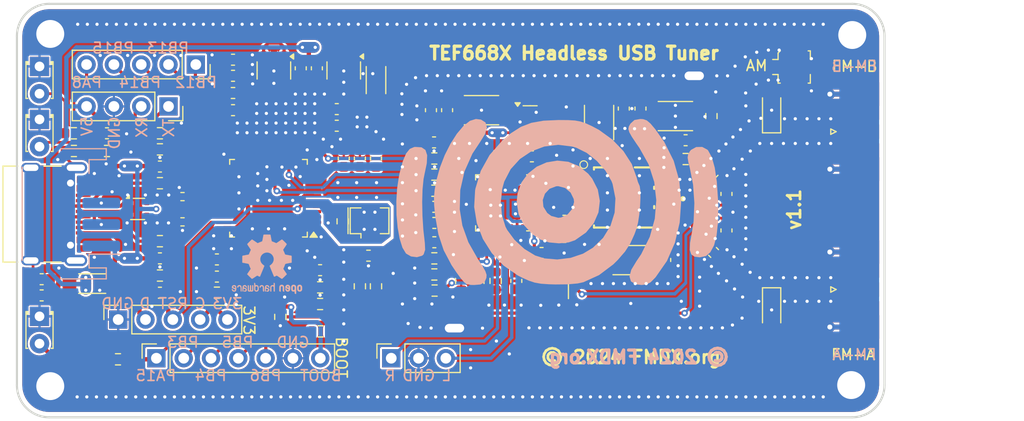
<source format=kicad_pcb>
(kicad_pcb (version 20240108) (generator "pcbnew") (generator_version "8.0")
  (title_block (title "TEF668X Headless USB Tuner") (date "2024-09-01") (rev "v1.1") (company "FMDX.org: Konrad Kosmatka & Sjef Verhoeven"))
  (layers (0 "F.Cu" signal) (31 "B.Cu" signal) (34 "B.Paste" user) (35 "F.Paste" user) (36 "B.SilkS" user "B.Silkscreen") (37 "F.SilkS" user "F.Silkscreen") (38 "B.Mask" user) (39 "F.Mask" user) (44 "Edge.Cuts" user))
  (net 0 "")
  (net 1 "GND")
  (net 2 "TEF_ANA")
  (net 3 "AM_IN")
  (net 4 "DAC_L")
  (net 5 "DAC_R")
  (net 6 "STM_ANA")
  (net 7 "3.3V_DIG")
  (net 8 "NRST")
  (net 9 "UART_TX")
  (net 10 "UART_RX")
  (net 11 "SWDIO")
  (net 12 "SWCLK")
  (net 13 "RDS")
  (net 14 "SDA")
  (net 15 "SCL")
  (net 16 "I2S_CK")
  (net 17 "I2S_SD")
  (net 18 "I2S_WS")
  (net 19 "BOOT")
  (net 20 "FM_IN_P")
  (net 21 "FM_IN_N")
  (net 22 "USB_D-")
  (net 23 "USB_D+")
  (net 24 "PB6")
  (net 25 "PB15")
  (net 26 "PB13")
  (net 27 "PA8")
  (net 28 "PB14")
  (net 29 "PB12")
  (net 30 "VBUS")
  (net 31 "PB3")
  (net 32 "PB5")
  (net 33 "PB4")
  (net 34 "PA15")
  (net 35 "RF_FM")
  (net 36 "5V")
  (net 37 "D+")
  (net 38 "D-")
  (net 39 "Net-(C10-Pad1)")
  (net 40 "Net-(C11-Pad1)")
  (net 41 "Net-(U5-OUT)")
  (net 43 "Net-(J1-SHIELD)")
  (net 44 "Net-(D5-A1)")
  (net 45 "Net-(C18-Pad1)")
  (net 46 "Net-(C19-Pad2)")
  (net 47 "Net-(C20-Pad2)")
  (net 48 "Net-(C21-Pad2)")
  (net 49 "Net-(D1-A)")
  (net 50 "Net-(D2-A)")
  (net 51 "Net-(D3-A)")
  (net 52 "Net-(J1-CC1_A)")
  (net 55 "Net-(J1-CC1_B)")
  (net 56 "Net-(R22-Pad2)")
  (net 57 "Net-(C6-Pad1)")
  (net 58 "Net-(J8-In)")
  (net 59 "Net-(C7-Pad1)")
  (net 60 "Net-(C10-Pad2)")
  (net 61 "Net-(D6-A1)")
  (net 64 "Net-(U2-RF1)")
  (net 65 "Net-(U2-RF2)")
  (net 66 "Net-(U2-VCTL)")
  (net 67 "Net-(U3-XTAL_IN)")
  (net 68 "Net-(U3-VBGP)")
  (net 69 "Net-(U3-FM_CAP)")
  (net 70 "Net-(U3-AM_LNA_CAP)")
  (net 71 "Net-(U3-VDDD)")
  (net 72 "Net-(U6-OUT)")
  (net 73 "Net-(U4-PA12)")
  (net 74 "Net-(U4-PA11)")
  (net 75 "Net-(U3-GPIO1)")
  (net 76 "Net-(U3-I2S_WS)")
  (net 77 "Net-(U3-I2S_SD_1)")
  (net 78 "Net-(U3-SCL)")
  (net 79 "Net-(U3-SDA)")
  (net 80 "Net-(U3-I2S_BCK)")
  (net 81 "Net-(U3-GPIO0)")
  (net 82 "Net-(U3-GPIO2)")
  (net 83 "Net-(U4-PF1)")
  (net 84 "Net-(U4-PB8)")
  (net 85 "Net-(U4-PB9)")
  (net 86 "Net-(U4-PA9)")
  (net 87 "Net-(U4-PA10)")
  (net 88 "Net-(U4-PA14)")
  (net 89 "Net-(U4-PA13)")
  (net 105 "Net-(U4-PF0)")
  (footprint "Inductor_SMD:L_1806_4516Metric" (layer "F.Cu") (at 147.3 50.8 90)
    (property "Reference" "FB5" (hide yes))
    (property "Value" "BLM41PG181SN1L" (hide yes))
  )
  (footprint "Capacitor_SMD:C_0603_1608Metric" (layer "F.Cu") (at 176.1 56.4)
    (property "Reference" "C6" (hide yes))
    (property "Value" "470p" (hide yes))
  )
  (footprint "Diode_SMD:D_SOD-323_HandSoldering" (layer "F.Cu") (at 184.1 53.7 90)
    (property "Reference" "D5" (hide yes))
    (property "Value" "CPDV3V3A-HF" (hide yes))
  )
  (footprint "LED_THT:LED_D1.8mm_W3.3mm_H2.4mm" (layer "F.Cu") (at 116 54.46 -90)
    (property "Reference" "D1" (hide yes))
    (property "Value" "GREEN" (hide yes))
  )
  (footprint "Capacitor_SMD:C_0603_1608Metric" (layer "F.Cu") (at 143.65 53.5 180)
    (property "Reference" "C43" (hide yes))
    (property "Value" "100n" (hide yes))
  )
  (footprint "Resistor_SMD:R_0603_1608Metric" (layer "F.Cu") (at 132.5 70.6 180)
    (property "Reference" "R28" (hide yes))
    (property "Value" "100R" (hide yes))
  )
  (footprint "Resistor_SMD:R_0603_1608Metric" (layer "F.Cu") (at 152.725 58.1 180)
    (property "Reference" "R12" (hide yes))
    (property "Value" "100R" (hide yes))
  )
  (footprint "Capacitor_SMD:C_0603_1608Metric" (layer "F.Cu") (at 122.275 55.75 180)
    (property "Reference" "C5" (hide yes))
    (property "Value" "100n" (hide yes))
  )
  (footprint "Package_TO_SOT_SMD:SOT-23-5" (layer "F.Cu") (at 137.8 49.9 -90)
    (property "Reference" "U5" (hide yes))
    (property "Value" "TPS7A2033PDBVR" (hide yes))
  )
  (footprint "Package_TO_SOT_SMD:SOT-23" (layer "F.Cu") (at 161.6375 54.75)
    (property "Reference" "D4" (hide yes))
    (property "Value" "BAV99" (hide yes))
  )
  (footprint "Crystal:Resonator_SMD_Murata_CSTxExxV-3Pin_3.0x1.1mm" (layer "F.Cu") (at 146.7 63.9)
    (property "Reference" "Y2" (hide yes))
    (property "Value" "8 MHz" (hide yes))
  )
  (footprint "Inductor_SMD:L_TDK_NLV32_3.2x2.5mm" (layer "F.Cu") (at 170.942 67.564 180)
    (property "Reference" "L4" (hide yes))
    (property "Value" "NLV32T-R27J" (hide yes))
  )
  (footprint "Diode_SMD:D_SOD-323_HandSoldering" (layer "F.Cu") (at 184.1 72.15 -90)
    (property "Reference" "D6" (hide yes))
    (property "Value" "CPDV3V3A-HF" (hide yes))
  )
  (footprint "Resistor_SMD:R_0603_1608Metric" (layer "F.Cu") (at 122.275 57.4 180)
    (property "Reference" "R4" (hide yes))
    (property "Value" "560R" (hide yes))
  )
  (footprint "Capacitor_SMD:C_0603_1608Metric" (layer "F.Cu") (at 144.3 58.1 90)
    (property "Reference" "C33" (hide yes))
    (property "Value" "100n" (hide yes))
  )
  (footprint "Capacitor_SMD:C_0603_1608Metric" (layer "F.Cu") (at 162.7 66.9)
    (property "Reference" "C26" (hide yes))
    (property "Value" "100n" (hide yes))
  )
  (footprint "Resistor_SMD:R_0603_1608Metric" (layer "F.Cu") (at 152.725 67.4 180)
    (property "Reference" "R15" (hide yes))
    (property "Value" "100R" (hide yes))
  )
  (footprint "Connector_Coaxial:SMA_Molex_73251-2120_EdgeMount_Horizontal" (layer "F.Cu") (at 192.5 70.3)
    (property "Reference" "J9" (hide yes))
    (property "Value" "SMA" (hide yes))
  )
  (footprint "Capacitor_SMD:C_0603_1608Metric" (layer "F.Cu") (at 132.5 67.5)
    (property "Reference" "C36" (hide yes))
    (property "Value" "100n" (hide yes))
  )
  (footprint "Capacitor_SMD:C_0603_1608Metric" (layer "F.Cu") (at 164.825 65.4 180)
    (property "Reference" "C22" (hide yes))
    (property "Value" "220n" (hide yes))
  )
  (footprint "Capacitor_SMD:C_0603_1608Metric" (layer "F.Cu") (at 145.8 58.1 90)
    (property "Reference" "C31" (hide yes))
    (property "Value" "4u7" (hide yes))
  )
  (footprint "Capacitor_SMD:C_0603_1608Metric" (layer "F.Cu") (at 152.7 56.6)
    (property "Reference" "C12" (hide yes))
    (property "Value" "100n" (hide yes))
  )
  (footprint "Resistor_SMD:R_0603_1608Metric" (layer "F.Cu") (at 138.4 72.85 -90)
    (property "Reference" "R25" (hide yes))
    (property "Value" "5K1" (hide yes))
  )
  (footprint "TEFHeadlessLib:USB_Filter_0805" (layer "F.Cu") (at 129.3 62.8 180)
    (property "Reference" "FL1" (hide yes))
    (property "Value" "ACM2012-202-2P-T002" (hide yes))
  )
  (footprint "Capacitor_SMD:C_0603_1608Metric" (layer "F.Cu") (at 174.2 67.55 90)
    (property "Reference" "C18" (hide yes))
    (property "Value" "10p" (hide yes))
  )
  (footprint "Capacitor_SMD:C_0603_1608Metric" (layer "F.Cu") (at 127.2 70.6 180)
    (property "Reference" "C32" (hide yes))
    (property "Value" "100n" (hide yes))
  )
  (footprint "Resistor_SMD:R_0603_1608Metric" (layer "F.Cu") (at 178.5 54.15 90)
    (property "Reference" "R8" (hide yes))
    (property "Value" "1M" (hide yes))
  )
  (footprint "LED_THT:LED_D1.8mm_W3.3mm_H2.4mm" (layer "F.Cu") (at 116 49.525 -90)
    (property "Reference" "D2" (hide yes))
    (property "Value" "RED" (hide yes))
  )
  (footprint "Package_QFP:LQFP-48_7x7mm_P0.5mm" (layer "F.Cu") (at 137.3 61.8 180)
    (property "Reference" "U4" (hide yes))
    (property "Value" "STM32F072CBT6" (hide yes))
  )
  (footprint "Capacitor_SMD:C_0603_1608Metric" (layer "F.Cu") (at 116.2 70.85)
    (property "Reference" "C4" (hide yes))
    (property "Value" "100n" (hide yes))
  )
  (footprint "Inductor_SMD:L_1806_4516Metric" (layer "F.Cu") (at 120.9 69.75)
    (property "Reference" "FB1" (hide yes))
    (property "Value" "BLM41PG102SN1L" (hide yes))
  )
  (footprint "Connector_Coaxial:U.FL_Molex_MCRF_73412-0110_Vertical" (layer "F.Cu") (at 186.2 49.579 -90)
    (property "Reference" "J8" (hide yes))
    (property "Value" "uFL" (hide yes))
  )
  (footprint "TEFHeadlessLib:QFN_RF_Switch" (layer "F.Cu") (at 177.2 63.1)
    (property "Reference" "U2" (hide yes))
    (property "Value" "F2972NEGK" (hide yes))
  )
  (footprint "Capacitor_SMD:C_0603_1608Metric" (layer "F.Cu") (at 134 48.9 180)
    (property "Reference" "C40" (hide yes))
    (property "Value" "4u7" (hide yes))
  )
  (footprint "Resistor_SMD:R_0603_1608Metric" (layer "F.Cu") (at 165.8 55 90)
    (property "Reference" "R9" (hide yes))
    (property "Value" "100R" (hide yes))
  )
  (footprint "Resistor_SMD:R_0603_1608Metric" (layer "F.Cu") (at 152.725 59.6)
    (property "Reference" "R16" (hide yes))
    (property "Value" "100R" (hide yes))
  )
  (footprint "Resistor_SMD:R_0603_1608Metric" (layer "F.Cu") (at 142.1 70.1 180)
    (property "Reference" "R24" (hide yes))
    (property "Value" "100R" (hide yes))
  )
  (footprint "Capacitor_SMD:C_0603_1608Metric" (layer "F.Cu") (at 171.9 53.45 90)
    (property "Reference" "C8" (hide yes))
    (property "Value" "1p" (hide yes))
  )
  (footprint "Capacitor_SMD:C_0603_1608Metric" (layer "F.Cu") (at 152.725 64.1 180)
    (property "Reference" "C28" (hide yes))
    (property "Value" "100n" (hide yes))
  )
  (footprint "Capacitor_SMD:C_0603_1608Metric" (layer "F.Cu") (at 127.2 58.85 180)
    (property "Reference" "C2" (hide yes))
    (property "Value" "100n" (hide yes))
  )
  (footprint "Connector_PinSocket_2.54mm:PinSocket_1x07_P2.54mm_Vertical" (layer "F.Cu") (at 126.873 76.7 90)
    (property "Reference" "J6" (hide yes))
    (property "Value" "1x7" (hide yes))
  )
  (footprint "Resistor_SMD:R_0603_1608Metric" (layer "F.Cu") (at 123.3 76.8)
    (property "Reference" "R6" (hide yes))
    (property "Value" "560R" (hide yes))
  )
  (footprint "Capacitor_SMD:C_0603_1608Metric" (layer "F.Cu") (at 172.25 56.95)
    (property "Reference" "C20" (hide yes))
    (property "Value" "150p" (hide yes))
  )
  (footprint "Resistor_SMD:R_0603_1608Metric" (layer "F.Cu") (at 127.2 69)
    (property "Reference" "R29" (hide yes))
    (property "Value" "100R" (hide yes))
  )
  (footprint "Resistor_SMD:R_0603_1608Metric" (layer "F.Cu") (at 142.1 71.65 180)
    (property "Reference" "R23" (hide yes))
    (property "Value" "100R" (hide yes))
  )
  (footprint "Connector_PinSocket_2.54mm:PinSocket_1x05_P2.54mm_Vertical" (layer "F.Cu") (at 130.54 49.35 -90)
    (property "Reference" "J3" (hide yes))
    (property "Value" "1x5" (hide yes))
  )
  (footprint "Capacitor_SMD:C_0603_1608Metric" (layer "F.Cu") (at 142.1 68.5)
    (property "Reference" "C35" (hide yes))
    (property "Value" "100n" (hide yes))
  )
  (footprint "Resistor_SMD:R_0402_1005Metric" (layer "F.Cu") (at 129.3 61.65 180)
    (property "Reference" "R30" (hide yes))
    (property "Value" "2K" (hide yes))
  )
  (footprint "Resistor_SMD:R_0603_1608Metric" (layer "F.Cu") (at 127.2 65.8)
    (property "Reference" "R2" (hide yes))
    (property "Value" "5K1" (hide yes))
  )
  (footprint "Resistor_SMD:R_0603_1608Metric" (layer "F.Cu") (at 158.425 69.5 -90)
    (property "Reference" "R18" (hide yes))
    (property "Value" "5K1 (only place when other crystal is used!)" (hide yes))
  )
  (footprint "Capacitor_SMD:C_0603_1608Metric" (layer "F.Cu") (at 178.65 59.4 45)
    (property "Reference" "C15" (hide yes))
    (property "Value" "1n" (hide yes))
  )
  (footprint "Capacitor_SMD:C_0603_1608Metric" (layer "F.Cu") (at 134 50.4 180)
    (property "Reference" "C42" (hide yes))
    (property "Value" "100n" (hide yes))
  )
  (footprint "Resistor_SMD:R_0603_1608Metric" (layer "F.Cu") (at 155.225 69.5 -90)
    (property "Reference" "R19" (hide yes))
    (property "Value" "5K1" (hide yes))
  )
  (footprint "TEFHeadlessLib:12402012E212A" (layer "F.Cu") (at 115.2 63.28 -90)
    (property "Reference" "J1" (hide yes))
    (property "Value" "12402012E212A" (hide yes))
  )
  (footprint "Inductor_SMD:L_TDK_NLV32_3.2x2.5mm" (layer "F.Cu") (at 175.15 54.15 180)
    (property "Reference" "L1" (hide yes))
    (property "Value" "NLV32T-R82J" (hide yes))
  )
  (footprint "Library:MS323-30" (layer "F.Cu") (at 149.7 50.4)
    (property "Reference" "REF**" (hide yes))
    (property "Value" "MS323-30" (hide yes))
  )
  (footprint "Capacitor_SMD:C_0603_1608Metric" (layer "F.Cu") (at 152.725 65.9)
    (property "Reference" "C30" (hide yes))
    (property "Value" "10u" (hide yes))
  )
  (footprint "Resistor_SMD:R_0603_1608Metric" (layer "F.Cu") (at 156.825 69.5 -90)
    (property "Reference" "R11" (hide yes))
    (property "Value" "5K1" (hide yes))
  )
  (footprint "Connector_Coaxial:SMA_Molex_73251-2120_EdgeMount_Horizontal" (layer "F.Cu") (at 192.5 55.6)
    (property "Reference" "J10" (hide yes))
    (property "Value" "SMA" (hide yes))
  )
  (footprint "Resistor_SMD:R_0402_1005Metric" (layer "F.Cu") (at 129.3 64)
    (property "Reference" "R31" (hide yes))
    (property "Value" "2K" (hide yes))
  )
  (footprint "Capacitor_SMD:C_0603_1608Metric" (layer "F.Cu") (at 164.825 63.9 180)
    (property "Reference" "C23" (hide yes))
    (property "Value" "1n0" (hide yes))
  )
  (footprint "Capacitor_SMD:C_0603_1608Metric" (layer "F.Cu") (at 141.8 49.7 90)
    (property "Reference" "C39" (hide yes))
    (property "Value" "100n" (hide yes))
  )
  (footprint "Connector_PinSocket_2.54mm:PinSocket_1x03_P2.54mm_Vertical" (layer "F.Cu") (at 148.717 76.7 90)
    (property "Reference" "J7" (hide yes))
    (property "Value" "1x3" (hide yes))
  )
  (footprint "Connector_PinSocket_2.54mm:PinSocket_1x04_P2.54mm_Vertical" (layer "F.Cu") (at 128 53.25 -90)
    (property "Reference" "J2" (hide yes))
    (property "Value" "1x4" (hide yes))
  )
  (footprint "Connector_PinSocket_2.54mm:PinSocket_1x05_P2.54mm_Vertical" (layer "F.Cu") (at 123.32 73.1 90)
    (property "Reference" "J4" (hide yes))
    (property "Value" "1x5" (hide yes))
  )
  (footprint "Library:TEF668x" (layer "F.Cu") (at 159.175 62.23 180)
    (property "Reference" "U3" (hide yes))
    (property "Value" "TEF6687HN/V205 (F8705)" (hide yes))
  )
  (footprint "Capacitor_SMD:C_0603_1608Metric" (layer "F.Cu") (at 160.35 69.5 -90)
    (property "Reference" "C21" (hide yes))
    (property "Value" "10p" (hide yes))
  )
  (footprint "Capacitor_SMD:C_0603_1608Metric" (layer "F.Cu") (at 152.4125 53.6 -90)
    (property "Reference" "C11" (hide yes))
    (property "Value" "12p" (hide yes))
  )
  (footprint "Resistor_SMD:R_0603_1608Metric" (layer "F.Cu") (at 152.725 61.1 180)
    (property "Reference" "R13" (hide yes))
    (property "Value" "100R" (hide yes))
  )
  (footprint "Capacitor_SMD:C_0603_1608Metric" (layer "F.Cu") (at 167.5892 67.9 90)
    (property "Reference" "C19" (hide yes))
    (property "Value" "22p" (hide yes))
  )
  (footprint "Inductor_SMD:L_TDK_NLV32_3.2x2.5mm" (layer "F.Cu") (at 168.05 54.75 -90)
    (property "Reference" "L2" (hide yes))
    (property "Value" "NLV32T-3R3J" (hide yes))
  )
  (footprint "Resistor_SMD:R_0603_1608Metric" (layer "F.Cu") (at 147.3 70 90)
    (property "Reference" "R20" (hide yes))
    (property "Value" "5K1" (hide yes))
  )
  (footprint "Resistor_SMD:R_0603_1608Metric" (layer "F.Cu") (at 176.1 58.15)
    (property "Reference" "R7" (hide yes))
    (property "Value" "1M" (hide yes))
  )
  (footprint "Capacitor_SMD:C_0603_1608Metric" (layer "F.Cu") (at 143.65 55.05 180)
    (property "Reference" "C41" (hide yes))
    (property "Value" "4u7" (hide yes))
  )
  (footprint "Capacitor_SMD:C_0603_1608Metric" (layer "F.Cu") (at 170.35 53.45 90)
    (property "Reference" "C7" (hide yes))
    (property "Value" "1p8" (hide yes))
  )
  (footprint "Capacitor_SMD:C_0603_1608Metric" (layer "F.Cu") (at 140.3 49.7 90)
    (property "Reference" "C38" (hide yes))
    (property "Value" "10u" (hide yes))
  )
  (footprint "Capacitor_SMD:C_0603_1608Metric" (layer "F.Cu") (at 152.725 62.6 180)
    (property "Reference" "C29" (hide yes))
    (property "Value" "4u7" (hide yes))
  )
  (footprint "LED_THT:LED_D1.8mm_W3.3mm_H2.4mm" (layer "F.Cu") (at 116 72.8 -90)
    (property "Reference" "D3" (hide yes))
    (property "Value" "BLUE" (hide yes))
  )
  (footprint "Capacitor_SMD:C_0603_1608Metric" (layer "F.Cu") (at 134 53.6)
    (property "Reference" "C34" (hide yes))
    (property "Value" "100n" (hide yes))
  )
  (footprint "Inductor_SMD:L_0603_1608Metric" (layer "F.Cu") (at 134 52 180)
    (property "Reference" "FB3" (hide yes))
    (property "Value" "BLM18KG102SH1D" (hide yes))
  )
  (footprint "Resistor_SMD:R_0603_1608Metric" (layer "F.Cu") (at 145.8 70 90)
    (property "Reference" "R21" (hide yes))
    (property "Value" "5K1" (hide yes))
  )
  (footprint "Resistor_SMD:R_0603_1608Metric" (layer "F.Cu") (at 127.2 60.4)
    (property "Reference" "R1" (hide yes))
    (property "Value" "5K1" (hide yes))
  )
  (footprint "Capacitor_SMD:C_0603_1608Metric" (layer "F.Cu") (at 164.3 55 -90)
    (property "Reference" "C10" (hide yes))
    (property "Value" "10n" (hide yes))
  )
  (footprint "Crystal:Crystal_SMD_3225-4Pin_3.2x2.5mm" (layer "F.Cu") (at 163.2 69.5 180)
    (property "Reference" "Y1" (hide yes))
    (property "Value" " 55.46667 MHz" (hide yes))
  )
  (footprint "Inductor_SMD:L_TDK_NLV32_3.2x2.5mm" (layer "F.Cu") (at 157.1125 53.6 180)
    (property "Reference" "L3" (hide yes))
    (property "Value" "NLV32T-R27J" (hide yes))
  )
  (footprint "Inductor_SMD:L_0603_1608Metric" (layer "F.Cu") (at 146.6 67.15)
    (property "Reference" "FB2" (hide yes))
    (property "Value" "BLM18KG102SH1D" (hide yes))
  )
  (footprint "Capacitor_SMD:C_0603_1608Metric" (layer "F.Cu") (at 178.7 66.85 135)
    (property "Reference" "C14" (hide yes))
    (property "Value" "1n" (hide yes))
  )
  (footprint "Resistor_SMD:R_0603_1608Metric" (layer "F.Cu") (at 144.2 63.95 -90)
    (property "Reference" "R22" (hide yes))
    (property "Value" "560R" (hide yes))
  )
  (footprint "Resistor_SMD:R_0603_1608Metric" (layer "F.Cu") (at 119.2 57.4 180)
    (property "Reference" "R3" (hide yes))
    (property "Value" "1M" (hide yes))
  )
  (footprint "Resistor_SMD:R_0603_1608Metric" (layer "F.Cu") (at 119.2 55.75)
    (property "Reference" "R5" (hide yes))
    (property "Value" "560R" (hide yes))
  )
  (footprint "Resistor_SMD:R_0603_1608Metric" (layer "F.Cu") (at 142.15 74.2)
    (property "Reference" "R10" (hide yes))
    (property "Value" "100R" (hide yes))
  )
  (footprint "Capacitor_SMD:C_0603_1608Metric" (layer "F.Cu") (at 158.7 57.9)
    (property "Reference" "C24" (hide yes))
    (property "Value" "1n5" (hide yes))
  )
  (footprint "Resistor_SMD:R_0603_1608Metric" (layer "F.Cu") (at 152.725 68.9 180)
    (property "Reference" "R14" (hide yes))
    (property "Value" "100R" (hide yes))
  )
  (footprint "TEFHeadlessLib:RF_Transformer" (layer "F.Cu") (at 170.375 61.73 -90)
    (property "Reference" "TR1" (hide yes))
    (property "Value" "#A1313B-0032GGH=P3" (hide yes))
  )
  (footprint "Capacitor_SMD:C_0603_1608Metric" (layer "F.Cu") (at 153.9125 53.6 -90)
    (property "Reference" "C9" (hide yes))
    (property "Value" "1p" (hide yes))
  )
  (footprint "Inductor_SMD:L_0603_1608Metric" (layer "F.Cu") (at 147.3 58.1 -90)
    (property "Reference" "FB4" (hide yes))
    (property "Value" "BLM18KG102SH1D" (hide yes))
  )
  (footprint "Capacitor_SMD:C_0603_1608Metric" (layer "F.Cu") (at 116.2 69.342)
    (property "Reference" "C1" (hide yes))
    (property "Value" "4n7" (hide yes))
  )
  (footprint "Capacitor_SMD:C_0603_1608Metric" (layer "F.Cu") (at 179.9 64.8 90)
    (property "Reference" "C17" (hide yes))
    (property "Value" "100n" (hide yes))
  )
  (footprint "Capacitor_SMD:C_0603_1608Metric" (layer "F.Cu") (at 132.5 69.1)
    (property "Reference" "C37" (hide yes))
    (property "Value" "4u7" (hide yes))
  )
  (footprint "Capacitor_SMD:C_0603_1608Metric" (layer "F.Cu") (at 127.2 67.4)
    (property "Reference" "C3" (hide yes))
    (property "Value" "100n" (hide yes))
  )
  (footprint "Resistor_SMD:R_0603_1608Metric" (layer "F.Cu") (at 152.75 70.4 180)
    (property "Reference" "R17" (hide yes))
    (property "Value" "100R" (hide yes))
  )
  (footprint "Package_TO_SOT_SMD:SOT-23-5" (layer "F.Cu") (at 144.3 49.9 -90)
    (property "Reference" "U6" (hide yes))
    (property "Value" "TPS7A2033PDBVR" (hide yes))
  )
  (footprint "Capacitor_SMD:C_0603_1608Metric" (layer "F.Cu") (at 166.1 67.9 90)
    (property "Reference" "C25" (hide yes))
    (property "Value" "10u" (hide yes))
  )
  (footprint "Resistor_SMD:R_0603_1608Metric" (layer "F.Cu") (at 127.2 55.75 180)
    (property "Reference" "R26" (hide yes))
    (property "Value" "100R" (hide yes))
  )
  (footprint "Capacitor_SMD:C_0603_1608Metric" (layer "F.Cu") (at 161.8 57.9)
    (property "Reference" "C13" (hide yes))
    (property "Value" "1n" (hide yes))
  )
  (footprint "Package_TO_SOT_SMD:SOT-666" (layer "F.Cu") (at 125.125 62.8)
    (property "Reference" "U1" (hide yes))
    (property "Value" "USBLC6-2P6" (hide yes))
  )
  (footprint "Capacitor_SMD:C_0603_1608Metric" (layer "F.Cu") (at 179.9 61.4 90)
    (property "Reference" "C16" (hide yes))
    (property "Value" "100n" (hide yes))
  )
  (footprint "Capacitor_SMD:C_0603_1608Metric" (layer "F.Cu") (at 164.1 59.6 90)
    (property "Reference" "C27" (hide yes))
    (property "Value" "100n" (hide yes))
  )
  (footprint "Resistor_SMD:R_0603_1608Metric" (layer "F.Cu") (at 127.2 57.25 180)
    (property "Reference" "R27" (hide yes))
    (property "Value" "100R" (hide yes))
  )
  (footprint "TEFHeadlessLib:openradio" (layer "B.Cu") (at 164.25 62.15 180)
    (property "Reference" "G***" (hide yes))
    (property "Value" "LOGO" (hide yes))
  )
  (footprint "Connector_JST:JST_PH_S4B-PH-SM4-TB_1x04-1MP_P2.00mm_Horizontal" (layer "B.Cu") (at 118.9 63.25 90)
    (property "Reference" "J5" (hide yes))
    (property "Value" "1x4" (hide yes))
  )
  (footprint "Symbol:OSHW-Logo2_7.3x6mm_SilkScreen" (layer "B.Cu") (at 137.16 67.945 180)
    (property "Reference" "REF**" (hide yes))
    (property "Value" "OSHW-Logo2_7.3x6mm_SilkScreen" (hide yes))
  )
  (gr_poly (pts (xy 161.235 60.47) (xy 160.485 60.79) (xy 160.655 60.84) (xy 161.225 60.49)) (stroke (width 0.2)) (fill solid) (layer "F.Cu") (net 1))
  (gr_poly (pts (xy 114.7 67.65) (xy 119.410639 67.65) (xy 118.4 66.736536) (xy 118.4 59.901925) (xy 119.615555 58.85) (xy 114.7 58.85)) (stroke (width 0.2)) (fill solid) (layer "F.Cu") (net 43))
  (gr_line (start 177.65 62.575) (end 177.65 62.325) (stroke (width 0.15)) (layer "F.Cu") (net 1))
  (gr_line (start 177.65 63.875) (end 177.65 63.625) (stroke (width 0.15)) (layer "F.Cu") (net 1))
  (gr_line (start 135.013963 58.3) (end 135.186036 58.545746) (stroke (width 0.2)) (layer "F.Cu") (net 1))
  (gr_rect (start 117.3 58.85) (end 119.2 67.65) (stroke (width 0.2)) (fill solid) (layer "B.Cu") (net 43))
  (gr_rect (start 114.7 58.85) (end 116.29 67.65) (stroke (width 0.2)) (fill solid) (layer "B.Cu") (net 43))
  (gr_circle (center 166.624 58.674) (end 166.878 58.928) (stroke (width 0.1)) (fill none) (layer "F.SilkS"))
  (gr_line (start 113.9 79.2) (end 113.9 46.7) (stroke (width 0.2)) (layer "Edge.Cuts"))
  (gr_line (start 116.9 82.2) (end 191.6 82.2) (stroke (width 0.2)) (layer "Edge.Cuts"))
  (gr_arc (start 113.9 46.7) (mid 114.77868 44.57868) (end 116.9 43.7) (stroke (width 0.2)) (layer "Edge.Cuts"))
  (gr_line (start 194.6 46.7) (end 194.6 79.2) (stroke (width 0.2)) (layer "Edge.Cuts"))
  (gr_arc (start 194.6 79.2) (mid 193.721326 81.321326) (end 191.6 82.2) (stroke (width 0.2)) (layer "Edge.Cuts"))
  (gr_arc (start 116.9 82.2) (mid 114.775517 81.324461) (end 113.899925 79.2) (stroke (width 0.2)) (layer "Edge.Cuts"))
  (gr_line (start 191.6 43.7) (end 116.9 43.7) (stroke (width 0.2)) (layer "Edge.Cuts"))
  (gr_arc (start 191.6 43.7) (mid 193.721333 44.578673) (end 194.6 46.7) (stroke (width 0.2)) (layer "Edge.Cuts"))
  (gr_text "R" (at 149.2 78.9 0) (layer "B.SilkS") (effects (font (size 1 1)) (justify left bottom mirror)))
  (gr_text "PB6" (at 138.6 78.9 0) (layer "B.SilkS") (effects (font (size 1 1)) (justify left bottom mirror)))
  (gr_text "GND" (at 141.2 75.8 0) (layer "B.SilkS") (effects (font (size 1 1)) (justify left bottom mirror)))
  (gr_text "L" (at 154.4 78.9 0) (layer "B.SilkS") (effects (font (size 1 1)) (justify left bottom mirror)))
  (gr_text "PB3" (at 130.9 75.8 0) (layer "B.SilkS") (effects (font (size 1 1)) (justify left bottom mirror)))
  (gr_text "GND" (at 124.9 72.2 0) (layer "B.SilkS") (effects (font (size 1 1)) (justify left bottom mirror)))
  (gr_text "C" (at 131.55 72.2 0) (layer "B.SilkS") (effects (font (size 1 1)) (justify left bottom mirror)))
  (gr_text "PB4" (at 133.5 78.9 0) (layer "B.SilkS") (effects (font (size 1 1)) (justify left bottom mirror)))
  (gr_text "PA15" (at 128.8 78.9 0) (layer "B.SilkS") (effects (font (size 1 1)) (justify left bottom mirror)))
  (gr_text "5V" (at 121 54.1 90) (layer "B.SilkS") (effects (font (size 1 1)) (justify left bottom mirror)))
  (gr_text "D" (at 126.4 72.2 0) (layer "B.SilkS") (effects (font (size 1 1)) (justify left bottom mirror)))
  (gr_text "PB5" (at 136 75.8 0) (layer "B.SilkS") (effects (font (size 1 1)) (justify left bottom mirror)))
  (gr_text "PB12" (at 132.6 51.6 0) (layer "B.SilkS") (effects (font (size 1 1)) (justify left bottom mirror)))
  (gr_text "TX" (at 128.6 54.3 90) (layer "B.SilkS") (effects (font (size 1 1)) (justify left bottom mirror)))
  (gr_text "RX" (at 126.1 54.1 90) (layer "B.SilkS") (effects (font (size 1 1)) (justify left bottom mirror)))
  (gr_text "GND" (at 152.9 78.9 0) (layer "B.SilkS") (effects (font (size 1 1)) (justify left bottom mirror)))
  (gr_text "PB14" (at 127.4 51.6 0) (layer "B.SilkS") (effects (font (size 1 1)) (justify left bottom mirror)))
  (gr_text "PA8" (at 121.9 51.6 0) (layer "B.SilkS") (effects (font (size 1 1)) (justify left bottom mirror)))
  (gr_text "BOOT" (at 144.2 78.9 0) (layer "B.SilkS") (effects (font (size 1 1)) (justify left bottom mirror)))
  (gr_text "3V3" (at 134.95 72.2 0) (layer "B.SilkS") (effects (font (size 1 1)) (justify left bottom mirror)))
  (gr_text "GND" (at 123.55 54.1 90) (layer "B.SilkS") (effects (font (size 1 1)) (justify left bottom mirror)))
  (gr_text "FM-A" (at 193.95 76.95 0) (layer "B.SilkS") (effects (font (size 1 1)) (justify left bottom mirror)))
  (gr_text "FM-B" (at 194 50.1 0) (layer "B.SilkS") (effects (font (size 1 1)) (justify left bottom mirror)))
  (gr_text "PB13" (at 130 48.4 0) (layer "B.SilkS") (effects (font (size 1 1)) (justify left bottom mirror)))
  (gr_text "RST" (at 129.9 72.2 0) (layer "B.SilkS") (effects (font (size 1 1)) (justify left bottom mirror)))
  (gr_text "© 2024 FMDX.org" (at 180.3 77.3 0) (layer "B.SilkS") (effects (font (size 1.2 1.2) (thickness 0.3) (bold yes)) (justify left bottom mirror)))
  (gr_text "PB15" (at 124.9 48.4 0) (layer "B.SilkS") (effects (font (size 1 1)) (justify left bottom mirror)))
  (gr_text "TEF668X Headless USB Tuner" (at 152.1 49 0) (layer "F.SilkS") (effects (font (size 1.2 1.2) (thickness 0.3) (bold yes)) (justify left bottom)))
  (gr_text "AM" (at 181.61 50.038 0) (layer "F.SilkS") (effects (font (size 1 1)) (justify left bottom)))
  (gr_text "© 2024 FMDX.org" (at 162.5 77.3 0) (layer "F.SilkS") (effects (font (size 1.2 1.2) (thickness 0.25) (bold yes)) (justify left bottom)))
  (gr_text "BOOT" (at 143.5 74.6 -90) (layer "F.SilkS") (effects (font (size 1 1)) (justify left bottom)))
  (gr_text "v1.1" (at 186.9 64.9 90) (layer "F.SilkS") (effects (font (size 1.2 1.2) (thickness 0.25) (bold yes)) (justify left bottom)))
  (gr_text "FM-A" (at 189.55 76.95 0) (layer "F.SilkS") (effects (font (size 1 1)) (justify left bottom)))
  (gr_text "FM-B" (at 189.6 50.1 -0) (layer "F.SilkS") (effects (font (size 1 1)) (justify left bottom)))
  (gr_text "3V3" (at 134.9 71.7 270) (layer "F.SilkS") (effects (font (size 1 1)) (justify left bottom)))
  (segment (start 120.875 66.475) (end 120.1175 66.475) (width 0.254) (layer "F.Cu") (net 1))
  (segment (start 176.0525 62.6) (end 176.741106 62.6) (width 0.254) (layer "F.Cu") (net 1))
  (segment (start 160.275 63.25) (end 160.505 63.48) (width 0.254) (layer "F.Cu") (net 1))
  (segment (start 121.1 66.7) (end 120.875 66.475) (width 0.254) (layer "F.Cu") (net 1))
  (segment (start 162.28 63.48) (end 162.646 63.846) (width 0.254) (layer "F.Cu") (net 1))
  (segment (start 176.0525 63.6) (end 176.7 63.6) (width 0.254) (layer "F.Cu") (net 1))
  (segment (start 162.646 63.846) (end 162.646 65.407712) (width 0.254) (layer "F.Cu") (net 1))
  (segment (start 121.1 59.9) (end 120.92 60.08) (width 0.254) (layer "F.Cu") (net 1))
  (segment (start 160.375 63.3) (end 160.555 63.48) (width 0.254) (layer "F.Cu") (net 1))
  (segment (start 155.8131 62.48) (end 157.905 62.48) (width 0.254) (layer "F.Cu") (net 1))
  (segment (start 160.425 63.35) (end 160.375 63.3) (width 0.254) (layer "F.Cu") (net 1))
  (segment (start 160.425 65.383284) (end 160.425 63.35) (width 0.254) (layer "F.Cu") (net 1))
  (segment (start 120.92 60.08) (end 120.1125 60.08) (width 0.254) (layer "F.Cu") (net 1))
  (segment (start 155.7 62.3669) (end 155.8131 62.48) (width 0.254) (layer "F.Cu") (net 1))
  (segment (start 176.7 64.2475) (end 176.7 63.6) (width 0.254) (layer "F.Cu") (net 1))
  (segment (start 160.505 63.48) (end 162.28 63.48) (width 0.254) (layer "F.Cu") (net 1))
  (segment (start 176.7 61.9525) (end 176.7 62.6) (width 0.254) (layer "F.Cu") (net 1))
  (segment (start 121.1 59.5) (end 121.1 59.9) (width 0.254) (layer "F.Cu") (net 1))
  (segment (start 176.7 62.6) (end 177.2 63.1) (width 0.254) (layer "F.Cu") (net 1))
  (segment (start 161.675 60.025) (end 161.675 60.48) (width 0.254) (layer "F.Cu") (net 1))
  (segment (start 176.741106 62.6) (end 177.202936 63.06183) (width 0.254) (layer "F.Cu") (net 1))
  (segment (start 160.771 65.729284) (end 160.425 65.383284) (width 0.254) (layer "F.Cu") (net 1))
  (segment (start 121.1 67.3) (end 121.1 66.7) (width 0.254) (layer "F.Cu") (net 1))
  (segment (start 157.795 63.48) (end 156.7375 63.48) (width 0.254) (layer "F.Cu") (net 1))
  (segment (start 162.646 65.407712) (end 163.006315 65.768027) (width 0.254) (layer "F.Cu") (net 1))
  (segment (start 176.7 63.6) (end 177.2 63.1) (width 0.254) (layer "F.Cu") (net 1))
  (segment (start 157.975 63.3) (end 157.795 63.48) (width 0.254) (layer "F.Cu") (net 1))
  (segment (start 157.905 62.48) (end 157.975 62.55) (width 0.254) (layer "F.Cu") (net 1))
  (segment (start 161.9 59.7625) (end 161.9 59.8) (width 0.254) (layer "F.Cu") (net 1))
  (segment (start 161.9 59.8) (end 161.675 60.025) (width 0.254) (layer "F.Cu") (net 1))
  (via (at 160.225 61.05) (size 0.6) (drill 0.3) (layers "F.Cu" "B.Cu") (net 1))
  (via (at 151 65) (size 0.6) (drill 0.3) (layers "F.Cu" "B.Cu") (net 1))
  (via (at 184.1 69.2) (size 0.6) (drill 0.3) (layers "F.Cu" "B.Cu") (net 1))
  (via (at 172.65 45.6) (size 0.6) (drill 0.3) (layers "F.Cu" "B.Cu") (net 1))
  (via (at 141.6 52.1) (size 0.6) (drill 0.3) (layers "F.Cu" "B.Cu") (net 1))
  (via (at 151.9 51.8) (size 0.6) (drill 0.3) (layers "F.Cu" "B.Cu") (net 1))
  (via (at 166.000987 50.384067) (size 0.6) (drill 0.3) (layers "F.Cu" "B.Cu") (net 1))
  (via (at 184.1 56.7) (size 0.6) (drill 0.3) (layers "F.Cu" "B.Cu") (net 1))
  (via (at 146.45 55.15) (size 0.6) (drill 0.3) (layers "F.Cu" "B.Cu") (net 1))
  (via (at 171.35 55.325) (size 0.6) (drill 0.3) (layers "F.Cu" "B.Cu") (net 1))
  (via (at 170.2 56.9) (size 0.6) (drill 0.3) (layers "F.Cu" "B.Cu") (net 1))
  (via (at 184.4 45.6) (size 0.6) (drill 0.3) (layers "F.Cu" "B.Cu") (net 1))
  (via (at 161.52367 73.871466) (size 0.6) (drill 0.3) (layers "F.Cu" "B.Cu") (net 1))
  (via (at 149.762196 65.32215) (size 0.6) (drill 0.3) (layers "F.Cu" "B.Cu") (net 1))
  (via (at 182.657701 51.173268) (size 0.6) (drill 0.3) (layers "F.Cu" "B.Cu") (net 1))
  (via (at 147.45 45.6) (size 0.6) (drill 0.3) (layers "F.Cu" "B.Cu") (net 1))
  (via (at 117 79.3) (size 3.5) (drill 2.6) (layers "F.Cu" "B.Cu") (net 1))
  (via (at 139.25 68.3) (size 0.6) (drill 0.3) (layers "F.Cu" "B.Cu") (net 1))
  (via (at 177.202936 63.06183) (size 0.6) (drill 0.3) (layers "F.Cu" "B.Cu") (net 1))
  (via (at 157.1125 53.6) (size 0.6) (drill 0.3) (layers "F.Cu" "B.Cu") (net 1))
  (via (at 174.1 57.1) (size 0.6) (drill 0.3) (layers "F.Cu" "B.Cu") (net 1))
  (via (at 169.55 55.3) (size 0.6) (drill 0.3) (layers "F.Cu" "B.Cu") (net 1))
  (via (at 160.275 63.25) (size 0.6) (drill 0.3) (layers "F.Cu" "B.Cu") (net 1))
  (via (at 168.52367 73.871466) (size 0.6) (drill 0.3) (layers "F.Cu" "B.Cu") (net 1))
  (via (at 145.65 80.3) (size 0.6) (drill 0.3) (layers "F.Cu" "B.Cu") (net 1))
  (via (at 142.85 64.1) (size 0.6) (drill 0.3) (layers "F.Cu" "B.Cu") (net 1))
  (via (at 140.25 80.3) (size 0.6) (drill 0.3) (layers "F.Cu" "B.Cu") (net 1))
  (via (at 171.8 59.7) (size 0.6) (drill 0.3) (layers "F.Cu" "B.Cu") (net 1))
  (via (at 124.1 55.8) (size 0.6) (drill 0.3) (layers "F.Cu" "B.Cu") (net 1))
  (via (at 138.45 45.6) (size 0.6) (drill 0.3) (layers "F.Cu" "B.Cu") (net 1))
  (via (at 144.75 45.6) (size 0.6) (drill 0.3) (layers "F.Cu" "B.Cu") (net 1))
  (via (at 171.1 53.45) (size 0.6) (drill 0.3) (layers "F.Cu" "B.Cu") (net 1))
  (via (at 160.95 45.6) (size 0.6) (drill 0.3) (layers "F.Cu" "B.Cu") (net 1))
  (via (at 176.5 61.05) (size 0.6) (drill 0.3) (layers "F.Cu" "B.Cu") (net 1))
  (via (at 171.4148 69.7484) (size 0.6) (drill 0.3) (layers "F.Cu" "B.Cu") (net 1))
  (via (at 180.8 45.6) (size 0.6) (drill 0.3) (layers "F.Cu" "B.Cu") (net 1))
  (via (at 142.1 69.4) (size 0.6) (drill 0.3) (layers "F.Cu" "B.Cu") (net 1))
  (via (at 174.45 45.6) (size 0.6) (drill 0.3) (layers "F.Cu" "B.Cu") (net 1))
  (via (at 170.52367 73.871466) (size 0.6) (drill 0.3) (layers "F.Cu" "B.Cu") (net 1))
  (via (at 160.95 80.3) (size 0.6) (drill 0.3) (layers "F.Cu" "B.Cu") (net 1))
  (via (at 188 80.3) (size 0.6) (drill 0.3) (layers "F.Cu" "B.Cu") (net 1))
  (via (at 177.15 45.6) (size 0.6) (drill 0.3) (layers "F.Cu" "B.Cu") (net 1))
  (via (at 137.15 60.05) (size 0.6) (drill 0.3) (layers "F.Cu" "B.Cu") (net 1))
  (via (at 182 54.6) (size 0.6) (drill 0.3) (layers "F.Cu" "B.Cu") (net 1))
  (via (at 158.5 75.1) (size 0.6) (drill 0.3) (layers "F.Cu" "B.Cu") (net 1))
  (via (at 169.3828 69.7484) (size 0.6) (drill 0.3) (layers "F.Cu" "B.Cu") (net 1))
  (via (at 137.1 55.7) (size 0.6) (drill 0.3) (layers "F.Cu" "B.Cu") (net 1))
  (via (at 183.5 45.6) (size 0.6) (drill 0.3) (layers "F.Cu" "B.Cu") (net 1))
  (via (at 122.2 80.3) (size 0.6) (drill 0.3) (layers "F.Cu" "B.Cu") (net 1))
  (via (at 140.25 45.6) (size 0.6) (drill 0.3) (layers "F.Cu" "B.Cu") (net 1))
  (via (at 152.000987 50.384067) (size 0.6) (drill 0.3) (layers "F.Cu" "B.Cu") (net 1))
  (via (at 155 58.1) (size 0.6) (drill 0.3) (layers "F.Cu" "B.Cu") (net 1))
  (via (at 166.35 45.6) (size 0.6) (drill 0.3) (layers "F.Cu" "B.Cu") (net 1))
  (via (at 160.05 80.3) (size 0.6) (drill 0.3) (layers "F.Cu" "B.Cu") (net 1))
  (via (at 148.9 68.8) (size 0.6) (drill 0.3) (layers "F.Cu" "B.Cu") (net 1))
  (via (at 159.25 71.75) (size 0.6) (drill 0.3) (layers "F.Cu" "B.Cu") (net 1))
  (via (at 124.5 57.5) (size 0.6) (drill 0.3) (layers "F.Cu" "B.Cu") (net 1))
  (via (at 175.15 53.15) (size 0.6) (drill 0.3) (layers "F.Cu" "B.Cu") (net 1))
  (via (at 186.2 45.6) (size 0.6) (drill 0.3) (layers "F.Cu" "B.Cu") (net 1))
  (via (at 179.85 56.75) (size 0.6) (drill 0.3) (layers "F.Cu" "B.Cu") (net 1))
  (via (at 181.683092 52) (size 0.6) (drill 0.3) (layers "F.Cu" "B.Cu") (net 1))
  (via (at 183 69.2) (size 0.6) (drill 0.3) (layers "F.Cu" "B.Cu") (net 1))
  (via (at 128 64.1) (size 0.6) (drill 0.3) (layers "F.Cu" "B.Cu") (net 1))
  (via (at 144.3 69.35) (size 0.6) (drill 0.3) (layers "F.Cu" "B.Cu") (net 1))
  (via (at 147.45 80.3) (size 0.6) (drill 0.3) (layers "F.Cu" "B.Cu") (net 1))
  (via (at 163.825 62.65) (size 0.6) (drill 0.3) (layers "F.Cu" "B.Cu") (net 1))
  (via (at 135.75 45.6) (size 0.6) (drill 0.3) (layers "F.Cu" "B.Cu") (net 1))
  (via (at 149.762196 62.32215) (size 0.6) (drill 0.3) (layers "F.Cu" "B.Cu") (net 1))
  (via (at 135.3 54.8) (size 0.6) (drill 0.3) (layers "F.Cu" "B.Cu") (net 1))
  (via (at 162.625 71.775) (size 0.6) (drill 0.3) (layers "F.Cu" "B.Cu") (net 1))
  (via (at 178.52367 73.871466) (size 0.6) (drill 0.3) (layers "F.Cu" "B.Cu") (net 1))
  (via (at 142.95 80.3) (size 0.6) (drill 0.3) (layers "F.Cu" "B.Cu") (net 1))
  (via (at 150.9 68.3) (size 0.6) (drill 0.3) (layers "F.Cu" "B.Cu") (net 1))
  (via (at 138.4 73.675) (size 0.6) (drill 0.3) (layers "F.Cu" "B.Cu") (net 1))
  (via (at 147.2 64.7) (size 0.6) (drill 0.3) (layers "F.Cu" "B.Cu") (net 1))
  (via (at 137.8 49.95) (size 0.6) (drill 0.3) (layers "F.Cu" "B.Cu") (net 1))
  (via (at 181.7 53.2) (size 0.6) (drill 0.3) (layers "F.Cu" "B.Cu") (net 1))
  (via (at 159.15 80.3) (size 0.6) (drill 0.3) (layers "F.Cu" "B.Cu") (net 1))
  (via (at 156.750076 59.8) (size 0.6) (drill 0.3) (layers "F.Cu" "B.Cu") (net 1))
  (via (at 148.35 45.6) (size 0.6) (drill 0.3) (layers "F.Cu" "B.Cu") (net 1))
  (via (at 138.45 80.3) (size 0.6) (drill 0.3) (layers "F.Cu" "B.Cu") (net 1))
  (via (at 171.52367 73.871466) (size 0.6) (drill 0.3) (layers "F.Cu" "B.Cu") (net 1))
  (via (at 166.7 66.1) (size 0.6) (drill 0.3) (layers "F.Cu" "B.Cu") (net 1))
  (via (at 151.95 45.6) (size 0.6) (drill 0.3) (layers "F.Cu" "B.Cu") (net 1))
  (via (at 187.1 80.3) (size 0.6) (drill 0.3) (layers "F.Cu" "B.Cu") (net 1))
  (via (at 151.384701 73.820162) (size 0.6) (drill 0.3) (layers "F.Cu" "B.Cu") (net 1))
  (via (at 175 62.35) (size 0.6) (drill 0.3) (layers "F.Cu" "B.Cu") (net 1))
  (via (at 141.15 45.6) (size 0.6) (drill 0.3) (layers "F.Cu" "B.Cu") (net 1))
  (via (at 147.35 60.35) (size 0.6) (drill 0.3) (layers "F.Cu" "B.Cu") (net 1))
  (via (at 149.751333 56.75) (size 0.6) (drill 0.3) (layers "F.Cu" "B.Cu") (net 1))
  (via (at 185.3 71.4) (size 0.6) (drill 0.3) (layers "F.Cu" "B.Cu") (net 1))
  (via (at 182.713022 48.20289) (size 0.6) (drill 0.3) (layers "F.Cu" "B.Cu") (net 1))
  (via (at 134.3 71.7) (size 0.6) (drill 0.3) (layers "F.Cu" "B.Cu") (net 1))
  (via (at 128.55 80.3) (size 0.6) (drill 0.3) (layers "F.Cu" "B.Cu") (net 1))
  (via (at 165.625 62.65) (size 0.6) (drill 0.3) (layers "F.Cu" "B.Cu") (net 1))
  (via (at 168.825 64.5) (size 0.6) (drill 0.3) (layers "F.Cu" "B.Cu") (net 1))
  (via (at 161.85 45.6) (size 0.6) (drill 0.3) (layers "F.Cu" "B.Cu") (net 1))
  (via (at 173.55 80.3) (size 0.6) (drill 0.3) (layers "F.Cu" "B.Cu") (net 1))
  (via (at 136.65 45.6) (size 0.6) (drill 0.3) (layers "F.Cu" "B.Cu") (net 1))
  (via (at 143.85 80.3) (size 0.6) (drill 0.3) (layers "F.Cu" "B.Cu") (net 1))
  (via (at 122.75 61.2) (size 0.6) (drill 0.3) (layers "F.Cu" "B.Cu") (net 1))
  (via (at 179.95 59.69) (size 0.6) (drill 0.3) (layers "F.Cu" "B.Cu") (net 1))
  (via (at 156.45 45.6) (size 0.6) (drill 0.3) (layers "F.Cu" "B.Cu") (net 1))
  (via (at 154.6 62.1) (size 0.6) (drill 0.3) (layers "F.Cu" "B.Cu") (net 1))
  (via (at 175.4 69.1) (size 0.6) (drill 0.3) (layers "F.Cu" "B.Cu") (net 1))
  (via (at 153.75 80.3) (size 0.6) (drill 0.3) (layers "F.Cu" "B.Cu") (net 1))
  (via (at 120.4 80.3) (size 0.6) (drill 0.3) (layers "F.Cu" "B.Cu") (net 1))
  (via (at 130.35 80.3) (size 0.6) (drill 0.3) (layers "F.Cu" "B.Cu") (net 1))
  (via (at 149.762196 63.82215) (size 0.6) (drill 0.3) (layers "F.Cu" "B.Cu") (net 1))
  (via (at 182.6 45.6) (size 0.6) (drill 0.3) (layers "F.Cu" "B.Cu") (net 1))
  (via (at 175.7 71.4) (size 0.6) (drill 0.3) (layers "F.Cu" "B.Cu") (net 1))
  (via (at 177.9 54.2) (size 0.6) (drill 0.3) (layers "F.Cu" "B.Cu") (net 1))
  (via (at 174.075 58.931077) (size 0.6) (drill 0.3) (layers "F.Cu" "B.Cu") (net 1))
  (via (at 170.45 55.3) (size 0.6) (drill 0.3) (layers "F.Cu" "B.Cu") (net 1))
  (via (at 155.3 59.4) (size 0.6) (drill 0.3) (layers "F.Cu" "B.Cu") (net 1))
  (via (at 142.4 56.3) (size 0.6) (drill 0.3) (layers "F.Cu" "B.Cu") (net 1))
  (via (at 175.52367 73.871466) (size 0.6) (drill 0.3) (layers "F.Cu" "B.Cu") (net 1))
  (via (at 149.25 80.3) (size 0.6) (drill 0.3) (layers "F.Cu" "B.Cu") (net 1))
  (via (at 126.75 80.3) (size 0.6) (drill 0.3) (layers "F.Cu" "B.Cu") (net 1))
  (via (at 163.000987 50.384067) (size 0.6) (drill 0.3) (layers "F.Cu" "B.Cu") (net 1))
  (via (at 181.696751 64.579388) (size 0.6) (drill 0.3) (layers "F.Cu" "B.Cu") (net 1))
  (via (at 159.325 61.05) (size 0.6) (drill 0.3) (layers "F.Cu" "B.Cu") (net 1))
  (via (at 150.142122 51.19154) (size 0.6) (drill 0.3) (layers "F.Cu" "B.Cu") (net 1))
  (via (at 122.2 58.6) (size 0.6) (drill 0.3) (layers "F.Cu" "B.Cu") (net 1))
  (via (at 176.52367 73.871466) (size 0.6) (drill 0.3) (layers "F.Cu" "B.Cu") (net 1))
  (via (at 156 56.7) (size 0.6) (drill 0.3) (layers "F.Cu" "B.Cu") (net 1))
  (via (at 129.3 64.8) (size 0.6) (drill 0.3) (layers "F.Cu" "B.Cu") (net 1))
  (via (at 165.975 71.725) (size 0.6) (drill 0.3) (layers "F.Cu" "B.Cu") (net 1))
  (via (at 146.2 63.1) (size 0.6) (drill 0.3) (layers "F.Cu" "B.Cu") (net 1))
  (via (at 168.3668 69.7484) (size 0.6) (drill 0.3) (layers "F.Cu" "B.Cu") (net 1))
  (via (at 137.15 61.1) (size 0.6) (drill 0.3) (layers "F.Cu" "B.Cu") (net 1))
  (via (at 137.4 62) (size 0.6) (drill 0.3) (layers "F.Cu" "B.Cu") (net 1))
  (via (at 181.349771 72.963728) (size 0.6) (drill 0.3) (layers "F.Cu" "B.Cu") (net 1))
  (via (at 130.6 70.5) (size 0.6) (drill 0.3) (layers "F.Cu" "B.Cu") (net 1))
  (via (at 186.3 54.4) (size 0.6) (drill 0.3) (layers "F.Cu" "B.Cu") (net 1))
  (via (at 157.205852 73.900001) (size 0.6) (drill 0.3) (layers "F.Cu" "B.Cu") (net 1))
  (via (at 175.4 67.068) (size 0.6) (drill 0.3) (layers "F.Cu" "B.Cu") (net 1))
  (via (at 154.6 64.9) (size 0.6) (drill 0.3) (layers "F.Cu" "B.Cu") (net 1))
  (via (at 161.000987 50.384067) (size 0.6) (drill 0.3) (layers "F.Cu" "B.Cu") (net 1))
  (via (at 188.5 69.2) (size 0.6) (drill 0.3) (layers "F.Cu" "B.Cu") (net 1))
  (via (at 134.4 54.8) (size 0.6) (drill 0.3) (layers "F.Cu" "B.Cu") (net 1))
  (via (at 127.65 80.3) (size 0.6) (drill 0.3) (layers "F.Cu" "B.Cu") (net 1))
  (via (at 129.45 45.6) (size 0.6) (drill 0.3) (layers "F.Cu" "B.Cu") (net 1))
  (via (at 142.2 65.4) (size 0.6) (drill 0.3) (layers "F.Cu" "B.Cu") (net 1))
  (via (at 183.5 80.3) (size 0.6) (drill 0.3) (layers "F.Cu" "B.Cu") (net 1))
  (via (at 137.1 54.8) (size 0.6) (drill 0.3) (layers "F.Cu" "B.Cu") (net 1))
  (via (at 135.825 51.15) (size 0.6) (drill 0.3) (layers "F.Cu" "B.Cu") (net 1))
  (via (at 141.15 80.3) (size 0.6) (drill 0.3) (layers "F.Cu" "B.Cu") (net 1))
  (via (at 185.3 45.6) (size 0.6) (drill 0.3) (layers "F.Cu" "B.Cu") (net 1))
  (via (at 133.85 66.5) (size 0.6) (drill 0.3) (layers "F.Cu" "B.Cu") (net 1))
  (via (at 139.8 55.7) (size 0.6) (drill 0.3) (layers "F.Cu" "B.Cu") (net 1))
  (via (at 148 56.3) (size 0.6) (drill 0.3) (layers "F.Cu" "B.Cu") (net 1))
  (via (at 121.1 67.3) (size 0.6) (drill 0.3) (layers "F.Cu" "B.Cu") (net 1))
  (via (at 179.9 80.3) (size 0.6) (drill 0.3) (layers "F.Cu" "B.Cu") (net 1))
  (via (at 182.9 71.4) (size 0.6) (drill 0.3) (layers "F.Cu" "B.Cu") (net 1))
  (via (at 188.5 54.4) (size 0.6) (drill 0.3) (layers "F.Cu" "B.Cu") (net 1))
  (via (at 170.85 45.6) (size 0.6) (drill 0.3) (layers "F.Cu" "B.Cu") (net 1))
  (via (at 172.000987 50.384067) (size 0.6) (drill 0.3) (layers "F.Cu" "B.Cu") (net 1))
  (via (at 171.75 80.3) (size 0.6) (drill 0.3) (layers "F.Cu" "B.Cu") (net 1))
  (via (at 187.4 56.7) (size 0.6) (drill 0.3) (layers "F.Cu" "B.Cu") (net 1))
  (via (at 157.35 80.3) (size 0.6) (drill 0.3) (layers "F.Cu" "B.Cu") (net 1))
  (via (at 135.3 55.7) (size 0.6) (drill 0.3) (layers "F.Cu" "B.Cu") (net 1))
  (via (at 186.3 69.2) (size 0.6) (drill 0.3) (layers "F.Cu" "B.Cu") (net 1))
  (via (at 150.9 71.15) (size 0.6) (drill 0.3) (layers "F.Cu" "B.Cu") (net 1))
  (via (at 153.75 45.6) (size 0.6) (drill 0.3) (layers "F.Cu" "B.Cu") (net 1))
  (via (at 139.8 53) (size 0.6) (drill 0.3) (layers "F.Cu" "B.Cu") (net 1))
  (via (at 172.281077 55.325) (size 0.6) (drill 0.3) (layers "F.Cu" "B.Cu") (net 1))
  (via (at 139.8 54.8) (size 0.6) (drill 0.3) (layers "F.Cu" "B.Cu") (net 1))
  (via (at 124.05 45.6) (size 0.6) (drill 0.3) (layers "F.Cu" "B.Cu") (net 1))
  (via (at 167.25 80.3) (size 0.6) (drill 0.3) (layers "F.Cu" "B.Cu") (net 1))
  (via (at 138.5 62) (size 0.6) (drill 0.3) (layers "F.Cu" "B.Cu") (net 1))
  (via (at 154.6 56.7) (size 0.6) (drill 0.3) (layers "F.Cu" "B.Cu") (net 1))
  (via (at 129 60.8) (size 0.6) (drill 0.3) (layers "F.Cu" "B.Cu") (net 1))
  (via (at 178.5 64.4) (size 0.6) (drill 0.3) (layers "F.Cu" "B.Cu") (net 1))
  (via (at 140.9 57.3) (size 0.6) (drill 0.3) (layers "F.Cu" "B.Cu") (net 1))
  (via (at 178 65.15) (size 0.6) (drill 0.3) (layers "F.Cu" "B.Cu") (net 1))
  (via (at 163.52367 73.871466) (size 0.6) (drill 0.3) (layers "F.Cu" "B.Cu") (net 1))
  (via (at 174.000987 50.384067) (size 0.6) (drill 0.3) (layers "F.Cu" "B.Cu") (net 1))
  (via (at 175.95 61.85) (size 0.6) (drill 0.3) (layers "F.Cu" "B.Cu") (net 1))
  (via (at 169.52367 73.871466) (size 0.6) (drill 0.3) (layers "F.Cu" "B.Cu") (net 1))
  (via (at 145.55 55.15) (size 0.6) (drill 0.3) (layers "F.Cu" "B.Cu") (net 1))
  (via (at 125.85 80.3) (size 0.6) (drill 0.3) (layers "F.Cu" "B.Cu") (net 1))
  (via (at 139.8 53.9) (size 0.6) (drill 0.3) (layers "F.Cu" "B.Cu") (net 1))
  (via (at 148.35 80.3) (size 0.6) (drill 0.3) (layers "F.Cu" "B.Cu") (net 1))
  (via (at 179.15 68.8) (size 0.6) (drill 0.3) (layers "F.Cu" "B.Cu") (net 1))
  (via (at 136.3 62) (size 0.6) (drill 0.3) (layers "F.Cu" "B.Cu") (net 1))
  (via (at 144 56.3) (size 0.6) (drill 0.3) (layers "F.Cu" "B.Cu") (net 1))
  (via (at 161.85 80.3) (size 0.6) (drill 0.3) (layers "F.Cu" "B.Cu") (net 1))
  (via (at 154.65 45.6) (size 0.6) (drill 0.3) (layers "F.Cu" "B.Cu") (net 1))
  (via (at 152.75 58.875) (size 0.6) (drill 0.3) (layers "F.Cu" "B.Cu") (net 1))
  (via (at 155.55 45.6) (size 0.6) (drill 0.3) (layers "F.Cu" "B.Cu") (net 1))
  (via (at 180.594 59.055) (size 0.6) (drill 0.3) (layers "F.Cu" "B.Cu") (net 1))
  (via (at 144.3 75.1) (size 0.6) (drill 0.3) (layers "F.Cu" "B.Cu") (net 1))
  (via (at 144.3 66.6) (size 0.6) (drill 0.3) (layers "F.Cu" "B.Cu") (net 1))
  (via (at 144.3 49.95) (size 0.6) (drill 0.3) (layers "F.Cu" "B.Cu") (net 1))
  (via (at 117.8 68.3) (size 0.6) (drill 0.3) (layers "F.Cu" "B.Cu") (net 1))
  (via (at 121.1 59.5) (size 0.6) (drill 0.3) (layers "F.Cu" "B.Cu") (net 1))
  (via (at 152.85 80.3) (size 0.6) (drill 0.3) (layers "F.Cu" "B.Cu") (net 1))
  (via (at 171 71.6) (size 0.6) (drill 0.3) (layers "F.Cu" "B.Cu") (net 1))
  (via (at 159.000987 50.384067) (size 0.6) (drill 0.3) (layers "F.Cu" "B.Cu") (net 1))
  (via (at 180.5 63.1) (size 0.6) (drill 0.3) (layers "F.Cu" "B.Cu") (net 1))
  (via (at 168.05 54.75) (size 0.6) (drill 0.3) (layers "F.Cu" "B.Cu") (net 1))
  (via (at 137.55 80.3) (size 0.6) (drill 0.3) (layers "F.Cu" "B.Cu") (net 1))
  (via (at 181.696751 63.579388) (size 0.6) (drill 0.3) (layers "F.Cu" "B.Cu") (net 1))
  (via (at 132.15 80.3) (size 0.6) (drill 0.3) (layers "F.Cu" "B.Cu") (net 1))
  (via (at 156.6 58.3) (size 0.6) (drill 0.3) (layers "F.Cu" "B.Cu") (net 1))
  (via (at 165.52367 73.871466) (size 0.6) (drill 0.3) (layers "F.Cu" "B.Cu") (net 1))
  (via (at 150.15 45.6) (size 0.6) (drill 0.3) (layers "F.Cu" "B.Cu") (net 1))
  (via (at 129.1 70.5) (size 0.6) (drill 0.3) (layers "F.Cu" "B.Cu") (net 1))
  (via (at 161.4 56.7) (size 0.6) (drill 0.3) (layers "F.Cu" "B.Cu") (net 1))
  (via (at 117 46.5) (size 3.5) (drill 2.6) (layers "F.Cu" "B.Cu") (net 1))
  (via (at 176.25 80.3) (size 0.6) (drill 0.3) (layers "F.Cu" "B.Cu") (net 1))
  (via (at 171.000987 50.384067) (size 0.6) (drill 0.3) (layers "F.Cu" "B.Cu") (net 1))
  (via (at 126.75 45.6) (size 0.6) (drill 0.3) (layers "F.Cu" "B.Cu") (net 1))
  (via (at 138.9 55.7) (size 0.6) (drill 0.3) (layers "F.Cu" "B.Cu") (net 1))
  (via (at 176.25 45.6) (size 0.6) (drill 0.3) (layers "F.Cu" "B.Cu") (net 1))
  (via (at 132.15 45.6) (size 0.6) (drill 0.3) (layers "F.Cu" "B.Cu") (net 1))
  (via (at 130.6 68.3) (size 0.6) (drill 0.3) (layers "F.Cu" "B.Cu") (net 1))
  (via (at 188.9 45.6) (size 0.6) (drill 0.3) (layers "F.Cu" "B.Cu") (net 1))
  (via (at 179.906 69.495) (size 0.6) (drill 0.3) (layers "F.Cu" "B.Cu") (net 1))
  (via (at 182.6 80.3) (size 0.6) (drill 0.3) (layers "F.Cu" "B.Cu") (net 1))
  (via (at 186.3 56.7) (size 0.6) (drill 0.3) (layers "F.Cu" "B.Cu") (net 1))
  (via (at 163.65 80.3) (size 0.6) (drill 0.3) (layers "F.Cu" "B.Cu") (net 1))
  (via (at 169.95 45.6) (size 0.6) (drill 0.3) (layers "F.Cu" "B.Cu") (net 1))
  (via (at 136.2 55.7) (size 0.6) (drill 0.3) (layers "F.Cu" "B.Cu") (net 1))
  (via (at 121.6 70.3725) (size 0.6) (drill 0.3) (layers "F.Cu" "B.Cu") (net 1))
  (via (at 172.65 80.3) (size 0.6) (drill 0.3) (layers "F.Cu" "B.Cu") (net 1))
  (via (at 181.4 71) (size 0.6) (drill 0.3) (layers "F.Cu" "B.Cu") (net 1))
  (via (at 122.25 45.6) (size 0.6) (drill 0.3) (layers "F.Cu" "B.Cu") (net 1))
  (via (at 159.15 45.6) (size 0.6) (drill 0.3) (layers "F.Cu" "B.Cu") (net 1))
  (via (at 123.4 59.7) (size 0.6) (drill 0.3) (layers "F.Cu" "B.Cu") (net 1))
  (via (at 151.05 80.3) (size 0.6) (drill 0.3) (layers "F.Cu" "B.Cu") (net 1))
  (via (at 160.000987 50.384067) (size 0.6) (drill 0.3) (layers "F.Cu" "B.Cu") (net 1))
  (via (at 138 53) (size 0.6) (drill 0.3) (layers "F.Cu" "B.Cu") (net 1))
  (via (at 140.7 54.8) (size 0.6) (drill 0.3) (layers "F.Cu" "B.Cu") (net 1))
  (via (at 144.3 52.1) (size 0.6) (drill 0.3) (layers "F.Cu" "B.Cu") (net 1))
  (via (at 144.3 51) (size 0.6) (drill 0.3) (layers "F.Cu" "B.Cu") (net 1))
  (via (at 168.825 59.7) (size 0.6) (drill 0.3) (layers "F.Cu" "B.Cu") (net 1))
  (via (at 150.9 69.7) (size 0.6) (drill 0.3) (layers "F.Cu" "B.Cu") (net 1))
  (via (at 164.000987 50.384067) (size 0.6) (drill 0.3) (layers "F.Cu" "B.Cu") (net 1))
  (via (at 180.5 56.1) (size 0.6) (drill 0.3) (layers "F.Cu" "B.Cu") (net 1))
  (via (at 141.8 58.2) (size 0.6) (drill 0.3) (layers "F.Cu" "B.Cu") (net 1))
  (via (at 173.55 45.6) (size 0.6) (drill 0.3) (layers "F.Cu" "B.Cu") (net 1))
  (via (at 172.52367 73.871466) (size 0.6) (drill 0.3) (layers "F.Cu" "B.Cu") (net 1))
  (via (at 179.52367 73.871466) (size 0.6) (drill 0.3) (layers "F.Cu" "B.Cu") (net 1))
  (via (at 178.8 60.7) (size 0.6) (drill 0.3) (layers "F.Cu" "B.Cu") (net 1))
  (via (at 143.75 61.727) (size 0.6) (drill 0.3) (layers "F.Cu" "B.Cu") (net 1))
  (via (at 165.2 60.8) (size 0.6) (drill 0.3) (layers "F.Cu" "B.Cu") (net 1))
  (via (at 188.5 71.4) (size 0.6) (drill 0.3) (layers "F.Cu" "B.Cu") (net 1))
  (via (at 156.1 75.9) (size 0.6) (drill 0.3) (layers "F.Cu" "B.Cu") (net 1))
  (via (at 179.197 57.404) (size 0.6) (drill 0.3) (layers "F.Cu" "B.Cu") (net 1))
  (via (at 165.45 45.6) (size 0.6) (drill 0.3) (layers "F.Cu" "B.Cu") (net 1))
  (via (at 129.15 48.5) (size 0.6) (drill 0.3) (layers "F.Cu" "B.Cu") (net 1))
  (via (at 133.85 65.3) (size 0.6) (drill 0.3) (layers "F.Cu" "B.Cu") (net 1))
  (via (at 133.95 80.3) (size 0.6) (drill 0.3) (layers "F.Cu" "B.Cu") (net 1))
  (via (at 138.8 71) (size 0.6) (drill 0.3) (layers "F.Cu" "B.Cu") (net 1))
  (via (at 155.55 80.3) (size 0.6) (drill 0.3) (layers "F.Cu" "B.Cu") (net 1))
  (via (at 136.2 53) (size 0.6) (drill 0.3) (layers "F.Cu" "B.Cu") (net 1))
  (via (at 138 55.7) (size 0.6) (drill 0.3) (layers "F.Cu" "B.Cu") (net 1))
  (via (at 168.825 61.3) (size 0.6) (drill 0.3) (layers "F.Cu" "B.Cu") (net 1))
  (via (at 138.9 53.9) (size 0.6) (drill 0.3) (layers "F.Cu" "B.Cu") (net 1))
  (via (at 134.85 45.6) (size 0.6) (drill 0.3) (layers "F.Cu" "B.Cu") (net 1))
  (via (at 174.52367 73.871466) (size 0.6) (drill 0.3) (layers "F.Cu" "B.Cu") (net 1))
  (via (at 142.1 70.83) (size 0.6) (drill 0.3) (layers "F.Cu" "B.Cu") (net 1))
  (via (at 141.6 53) (size 0.6) (drill 0.3) (layers "F.Cu" "B.Cu") (net 1))
  (via (at 147.35 61.727) (size 0.6) (drill 0.3) (layers "F.Cu" "B.Cu") (net 1))
  (via (at 126.95 61.5) (size 0.6) (drill 0.3) (layers "F.Cu" "B.Cu") (net 1))
  (via (at 186.3 71.4) (size 0.6) (drill 0.3) (layers "F.Cu" "B.Cu") (net 1))
  (via (at 175.15 54.15) (size 0.6) (drill 0.3) (layers "F.Cu" "B.Cu") (net 1))
  (via (at 185.3 54.4) (size 0.6) (drill 0.3) (layers "F.Cu" "B.Cu") (net 1))
  (via (at 173.52367 73.871466) (size 0.6) (drill 0.3) (layers "F.Cu" "B.Cu") (net 1))
  (via (at 152.5 71.65) (size 0.6) (drill 0.3) (layers "F.Cu" "B.Cu") (net 1))
  (via (at 162.75 80.3) (size 0.6) (drill 0.3) (layers "F.Cu" "B.Cu") (net 1))
  (via (at 126.7 48.5) (size 0.6) (drill 0.3) (layers "F.Cu" "B.Cu") (net 1))
  (via (at 140.7 53) (size 0.6) (drill 0.3) (layers "F.Cu" "B.Cu") (net 1))
  (via (at 161.1 67.6) (size 0.6) (drill 0.3) (layers "F.Cu" "B.Cu") (net 1))
  (via (at 140.7 52.1) (size 0.6) (drill 0.3) (layers "F.Cu" "B.Cu") (net 1))
  (via (at 175.4 68.084) (size 0.6) (drill 0.3) (layers "F.Cu" "B.Cu") (net 1))
  (via (at 177.4 70.45) (size 0.6) (drill 0.3) (layers "F.Cu" "B.Cu") (net 1))
  (via (at 188.5 56.7) (size 0.6) (drill 0.3) (layers "F.Cu" "B.Cu") (net 1))
  (via (at 153.000987 50.384067) (size 0.6) (drill 0.3) (layers "F.Cu" "B.Cu") (net 1))
  (via (at 184.8 48.006) (size 0.6) (drill 0.3) (layers "F.Cu" "B.Cu") (net 1))
  (via (at 168.000987 50.384067) (size 0.6) (drill 0.3) (layers "F.Cu" "B.Cu") (net 1))
  (via (at 175.4 65.036) (size 0.6) (drill 0.3) (layers "F.Cu" "B.Cu") (net 1))
  (via (at 177.15 80.3) (size 0.6) (drill 0.3) (layers "F.Cu" "B.Cu") (net 1))
  (via (at 138 54.8) (size 0.6) (drill 0.3) (layers "F.Cu" "B.Cu") (net 1))
  (via (at 149.713677 54) (size 0.6) (drill 0.3) (layers "F.Cu" "B.Cu") (net 1))
  (via (at 126.45 71.875) (size 0.6) (drill 0.3) (layers "F.Cu" "B.Cu") (net 1))
  (via (at 133.95 45.6) (size 0.6) (drill 0.3) (layers "F.Cu" "B.Cu") (net 1))
  (via (at 136.2 53.9) (size 0.6) (drill 0.3) (layers "F.Cu" "B.Cu") (net 1))
  (via (at 181.650325 48.632335) (size 0.6) (drill 0.3) (layers "F.Cu" "B.Cu") (net 1))
  (via (at 158.875 63.45) (size 0.6) (drill 0.3) (layers "F.Cu" "B.Cu") (net 1))
  (via (at 124.2 48.5) (size 0.6) (drill 0.3) (layers "F.Cu" "B.Cu") (net 1))
  (via (at 175.15 55.2) (size 0.6) (drill 0.3) (layers "F.Cu" "B.Cu") (net 1))
  (via (at 177.4 69.15) (size 0.6) (drill 0.3) (layers "F.Cu" "B.Cu") (net 1))
  (via (at 189.6 69.2) (size 0.6) (drill 0.3) (layers "F.Cu" "B.Cu") (net 1))
  (via (at 144.3 72.2) (size 0.6) (drill 0.3) (layers "F.Cu" "B.Cu") (net 1))
  (via (at 134.55 61.3) (size 0.6) (drill 0.3) (layers "F.Cu" "B.Cu") (net 1))
  (via (at 181.356 67.945) (size 0.6) (drill 0.3) (layers "F.Cu" "B.Cu") (net 1))
  (via (at 136.2 54.8) (size 0.6) (drill 0.3) (layers "F.Cu" "B.Cu") (net 1))
  (via (at 171.8 58.1) (size 0.6) (drill 0.3) (layers "F.Cu" "B.Cu") (net 1))
  (via (at 187.4 71.4) (size 0.6) (drill 0.3) (layers "F.Cu" "B.Cu") (net 1))
  (via (at 149.75504 58.879128) (size 0.6) (drill 0.3) (layers "F.Cu" "B.Cu") (net 1))
  (via (at 165.000987 50.384067) (size 0.6) (drill 0.3) (layers "F.Cu" "B.Cu") (net 1))
  (via (at 135.8 49.35) (size 0.6) (drill 0.3) (layers "F.Cu" "B.Cu") (net 1))
  (via (at 184.1 72.2) (size 0.6) (drill 0.3) (layers "F.Cu" "B.Cu") (net 1))
  (via (at 181.7 45.6) (size 0.6) (drill 0.3) (layers "F.Cu" "B.Cu") (net 1))
  (via (at 174.4628 69.7484) (size 0.6) (drill 0.3) (layers "F.Cu" "B.Cu") (net 1))
  (via (at 119.55 45.6) (size 0.6) (drill 0.3) (layers "F.Cu" "B.Cu") (net 1))
  (via (at 183.8 48.006) (size 0.6) (drill 0.3) (layers "F.Cu" "B.Cu") (net 1))
  (via (at 140.7 53.9) (size 0.6) (drill 0.3) (layers "F.Cu" "B.Cu") (net 1))
  (via (at 124.95 80.3) (size 0.6) (drill 0.3) (layers "F.Cu" "B.Cu") (net 1))
  (via (at 168.15 45.6) (size 0.6) (drill 0.3) (layers "F.Cu" "B.Cu") (net 1))
  (via (at 164.55 45.6) (size 0.6) (drill 0.3) (layers "F.Cu" "B.Cu") (net 1))
  (via (at 158.000987 50.384067) (size 0.6) (drill 0.3) (layers "F.Cu" "B.Cu") (net 1))
  (via (at 130.35 45.6) (size 0.6) (drill 0.3) (layers "F.Cu" "B.Cu") (net 1))
  (via (at 139.85 58.9) (size 0.6) (drill 0.3) (layers "F.Cu" "B.Cu") (net 1))
  (via (at 162.52367 73.871466) (size 0.6) (drill 0.3) (layers "F.Cu" "B.Cu") (net 1))
  (via (at 144.3 70.8) (size 0.6) (drill 0.3) (layers "F.Cu" "B.Cu") (net 1))
  (via (at 146.200002 64.7) (size 0.6) (drill 0.3) (layers "F.Cu" "B.Cu") (net 1))
  (via (at 145.55 54.25) (size 0.6) (drill 0.3) (layers "F.Cu" "B.Cu") (net 1))
  (via (at 135.8 50.25) (size 0.6) (drill 0.3) (layers "F.Cu" "B.Cu") (net 1))
  (via (at 181.696751 62.579388) (size 0.6) (drill 0.3) (layers "F.Cu" "B.Cu") (net 1))
  (via (at 182.1 68.7) (size 0.6) (drill 0.3) (layers "F.Cu" "B.Cu") (net 1))
  (via (at 158.25 80.3) (size 0.6) (drill 0.3) (layers "F.Cu" "B.Cu") (net 1))
  (via (at 157.35 45.6) (size 0.6) (drill 0.3) (layers "F.Cu" "B.Cu") (net 1))
  (via (at 156.45 80.3) (size 0.6) (drill 0.3) (layers "F.Cu" "B.Cu") (net 1))
  (via (at 178.5 68.15) (size 0.6) (drill 0.3) (layers "F.Cu" "B.Cu") (net 1))
  (via (at 165.625 58.8) (size 0.6) (drill 0.3) (layers "F.Cu" "B.Cu") (net 1))
  (via (at 172.4308 69.7484) (size 0.6) (drill 0.3) (layers "F.Cu" "B.Cu") (net 1))
  (via (at 121.35 45.6) (size 0.6) (drill 0.3) (layers "F.Cu" "B.Cu") (net 1))
  (via (at 127.65 45.6) (size 0.6) (drill 0.3) (layers "F.Cu" "B.Cu") (net 1))
  (via (at 170.85 80.3) (size 0.6) (drill 0.3) (layers "F.Cu" "B.Cu") (net 1))
  (via (at 133.15 57.7) (size 0.6) (drill 0.3) (layers "F.Cu" "B.Cu") (net 1))
  (via (at 131.25 45.6) (size 0.6) (drill 0.3) (layers "F.Cu" "B.Cu") (net 1))
  (via (at 176.5 60.05) (size 0.6) (drill 0.3) (layers "F.Cu" "B.Cu") (net 1))
  (via (at 135.8 64.65) (size 0.6) (drill 0.3) (layers "F.Cu" "B.Cu") (net 1))
  (via (at 132.075 51.15) (size 0.6) (drill 0.3) (layers "F.Cu" "B.Cu") (net 1))
  (via (at 139.55 62) (size 0.6) (drill 0.3) (layers "F.Cu" "B.Cu") (net 1))
  (via (at 124.15 64.1) (size 0.6) (drill 0.3) (layers "F.Cu" "B.Cu") (net 1))
  (via (at 121.65 48.5) (size 0.6) (drill 0.3) (layers "F.Cu" "B.Cu") (net 1))
  (via (at 177.85 67.5) (size 0.6) (drill 0.3) (layers "F.Cu" "B.Cu") (net 1))
  (via (at 178.95 80.3) (size 0.6) (drill 0.3) (layers "F.Cu" "B.Cu") (net 1))
  (via (at 168.825 62.9) (size 0.6) (drill 0.3) (layers "F.Cu" "B.Cu") (net 1))
  (via (at 151.1 54.5) (size 0.6) (drill 0.3) (layers "F.Cu" "B.Cu") (net 1))
  (via (at 180.456315 73.606838) (size 0.6) (drill 0.3) (layers "F.Cu" "B.Cu") (net 1))
  (via (at 144.3 67.75) (size 0.6) (drill 0.3) (layers "F.Cu" "B.Cu") (net 1))
  (via (at 181.7 80.3) (size 0.6) (drill 0.3) (layers "F.Cu" "B.Cu") (net 1))
  (via (at 151.05 45.6) (size 0.6) (drill 0.3) (layers "F.Cu" "B.Cu") (net 1))
  (via (at 147.2 63.1) (size 0.6) (drill 0.3) (layers "F.Cu" "B.Cu") (net 1))
  (via (at 177.2 66.85) (size 0.6) (drill 0.3) (layers "F.Cu" "B.Cu") (net 1))
  (via (at 146.55 45.6) (size 0.6) (drill 0.3) (layers "F.Cu" "B.Cu") (net 1))
  (via (at 181.2 55.404) (size 0.6) (drill 0.3) (layers "F.Cu" "B.Cu") (net 1))
  (via (at 141.6 53.9) (size 0.6) (drill 0.3) (layers "F.Cu" "B.Cu") (net 1))
  (via (at 123.15 45.6) (size 0.6) (drill 0.3) (layers "F.Cu" "B.Cu") (net 1))
  (via (at 187.8 51.8) (size 0.6) (drill 0.3) (layers "F.Cu" "B.Cu") (net 1))
  (via (at 159.7 56.7) (size 0.6) (drill 0.3) (layers "F.Cu" "B.Cu") (net 1))
  (via (at 134.4 55.7) (size 0.6) (drill 0.3) (layers "F.Cu" "B.Cu") (net 1))
  (via (at 124.95 45.6) (size 0.6) (drill 0.3) (layers "F.Cu" "B.Cu") (net 1))
  (via (at 132.05 48.45) (size 0.6) (drill 0.3) (layers "F.Cu" "B.Cu") (net 1))
  (via (at 178.85 65.55) (size 0.6) (drill 0.3) (layers "F.Cu" "B.Cu") (net 1))
  (via (at 140.7 55.7) (size 0.6) (drill 0.3) (layers "F.Cu" "B.Cu") (net 1))
  (via (at 164.55 80.3) (size 0.6) (drill 0.3) (layers "F.Cu" "B.Cu") (net 1))
  (via (at 138.8 64.65) (size 0.6) (drill 0.3) (layers "F.Cu" "B.Cu") (net 1))
  (via (at 159.7 76.3) (size 0.6) (drill 0.3) (layers "F.Cu" "B.Cu") (net 1))
  (via (at 164.52367 73.871466) (size 0.6) (drill 0.3) (layers "F.Cu" "B.Cu") (net 1))
  (via (at 167.225 58.1) (size 0.6) (drill 0.3) (layers "F.Cu" "B.Cu") (net 1))
  (via (at 167.000987 50.384067) (size 0.6) (drill 0.3) (layers "F.Cu" "B.Cu") (net 1))
  (via (at 149.703596 52.073632) (size 0.6) (drill 0.3) (layers "F.Cu" "B.Cu") (net 1))
  (via (at 147 50.2) (size 0.6) (drill 0.3) (layers "F.Cu" "B.Cu") (net 1))
  (via (at 137.1 53.9) (size 0.6) (drill 0.3) (layers "F.Cu" "B.Cu") (net 1))
  (via (at 178.3 61.8) (size 0.6) (drill 0.3) (layers "F.Cu" "B.Cu") (net 1))
  (via (at 175.5 61.05) (size 0.6) (drill 0.3) (layers "F.Cu" "B.Cu") (net 1))
  (via (at 135.75 80.3) (size 0.6) (drill 0.3) (layers "F.Cu" "B.Cu") (net 1))
  (via (at 140.246926 59.785661) (size 0.6) (drill 0.3) (layers "F.Cu" "B.Cu") (net 1))
  (via (at 177.52367 73.871466) (size 0.6) (drill 0.3) (layers "F.Cu" "B.Cu") (net 1))
  (via (at 132.2 65.3) (size 0.6) (drill 0.3) (layers "F.Cu" "B.Cu") (net 1))
  (via (at 156.000987 50.384067) (size 0.6) (drill 0.3) (layers "F.Cu" "B.Cu") (net 1))
  (via (at 143.85 45.6) (size 0.6) (drill 0.3) (layers "F.Cu" "B.Cu") (net 1))
  (via (at 165.625 57.3) (size 0.6) (drill 0.3) (layers "F.Cu" "B.Cu") (net 1))
  (via (at 150.15 80.3) (size 0.6) (drill 0.3) (layers "F.Cu" "B.Cu") (net 1))
  (via (at 117.7 58.2) (size 0.6) (drill 0.3) (layers "F.Cu" "B.Cu") (net 1))
  (via (at 138.9 54.8) (size 0.6) (drill 0.3) (layers "F.Cu" "B.Cu") (net 1))
  (via (at 140.9 66.7) (size 0.6) (drill 0.3) (layers "F.Cu" "B.Cu") (net 1))
  (via (at 178.95 45.6) (size 0.6) (drill 0.3) (layers "F.Cu" "B.Cu") (net 1))
  (via (at 175.35 45.6) (size 0.6) (drill 0.3) (layers "F.Cu" "B.Cu") (net 1))
  (via (at 134.55 62.8) (size 0.6) (drill 0.3) (layers "F.Cu" "B.Cu") (net 1))
  (via (at 169.95 80.3) (size 0.6) (drill 0.3) (layers "F.Cu" "B.Cu") (net 1))
  (via (at 120.45 45.6) (size 0.6) (drill 0.3) (layers "F.Cu" "B.Cu") (net 1))
  (via (at 150.290906 73.467325) (size 0.6) (drill 0.3) (layers "F.Cu" "B.Cu") (net 1))
  (via (at 184.7 50.8) (size 0.6) (drill 0.3) (layers "F.Cu" "B.Cu") (net 1))
  (via (at 160.05 45.6) (size 0.6) (drill 0.3) (layers "F.Cu" "B.Cu") (net 1))
  (via (at 173.4468 69.7484) (size 0.6) (drill 0.3) (layers "F.Cu" "B.Cu") (net 1))
  (via (at 165 53.3) (size 0.6) (drill 0.3) (layers "F.Cu" "B.Cu") (net 1))
  (via (at 142.5 52.1) (size 0.6) (drill 0.3) (layers "F.Cu" "B.Cu") (net 1))
  (via (at 156.798001 64.750591) (size 0.6) (drill 0.3) (layers "F.Cu" "B.Cu") (net 1))
  (via (at 137.1 53) (size 0.6) (drill 0.3) (layers "F.Cu" "B.Cu") (net 1))
  (via (at 125.85 64.1) (size 0.6) (drill 0.3) (layers "F.Cu" "B.Cu") (net 1))
  (via (at 126.95 64.1) (size 0.6) (drill 0.3) (layers "F.Cu" "B.Cu") (net 1))
  (via (at 188.9 80.3) (size 0.6) (drill 0.3) (layers "F.Cu" "B.Cu") (net 1))
  (via (at 188 45.6) (size 0.6) (drill 0.3) (layers "F.Cu" "B.Cu") (net 1))
  (via (at 183.1 54.356) (size 0.6) (drill 0.3) (layers "F.Cu" "B.Cu") (net 1))
  (via (at 191.6 46.6) (size 3.5) (drill 2.6) (layers "F.Cu" "B.Cu") (net 1))
  (via (at 157.925 61) (size 0.6) (drill 0.3) (layers "F.Cu" "B.Cu") (net 1))
  (via (at 174.45 80.3) (size 0.6) (drill 0.3) (layers "F.Cu" "B.Cu") (net 1))
  (via (at 134.55 59.8) (size 0.6) (drill 0.3) (layers "F.Cu" "B.Cu") (net 1))
  (via (at 123.1 80.3) (size 0.6) (drill 0.3) (layers "F.Cu" "B.Cu") (net 1))
  (via (at 183.8 50.8) (size 0.6) (drill 0.3) (layers "F.Cu" "B.Cu") (net 1))
  (via (at 141.6 55.7) (size 0.6) (drill 0.3) (layers "F.Cu" "B.Cu") (net 1))
  (via (at 124.05 80.3) (size 0.6) (drill 0.3) (layers "F.Cu" "B.Cu") (net 1))
  (via (at 181.696751 59.579388) (size 0.6) (drill 0.3) (layers "F.Cu" "B.Cu") (net 1))
  (via (at 124 66.1) (size 0.6) (drill 0.3) (layers "F.Cu" "B.Cu") (net 1))
  (via (at 146.45 54.25) (size 0.6) (drill 0.3) (layers "F.Cu" "B.Cu") (net 1))
  (via (at 163.006315 65.768027) (size 0.6) (drill 0.3) (layers "F.Cu" "B.Cu") (net 1))
  (via (at 155.000987 50.384067) (size 0.6) (drill 0.3) (layers "F.Cu" "B.Cu") (net 1))
  (via (at 134.85 80.3) (size 0.6) (drill 0.3) (layers "F.Cu" "B.Cu") (net 1))
  (via (at 142.95 45.6) (size 0.6) (drill 0.3) (layers "F.Cu" "B.Cu") (net 1))
  (via (at 171.8 64.5) (size 0.6) (drill 0.3) (layers "F.Cu" "B.Cu") (net 1))
  (via (at 146.1 50.2) (size 0.6) (drill 0.3) (layers "F.Cu" "B.Cu") (net 1))
  (via (at 185.3 80.3) (size 0.6) (drill 0.3) (layers "F.Cu" "B.Cu") (net 1))
  (via (at 154.6 63.1) (size 0.6) (drill 0.3) (layers "F.Cu" "B.Cu") (net 1))
  (via (at 167.52367 73.871466) (size 0.6) (drill 0.3) (layers "F.Cu" "B.Cu") (net 1))
  (via (at 151 63.35) (size 0.6) (drill 0.3) (layers "F.Cu" "B.Cu") (net 1))
  (via (at 181.356 58.166) (size 0.6) (drill 0.3) (layers "F.Cu" "B.Cu") (net 1))
  (via (at 169.000987 50.384067) (size 0.6) (drill 0.3) (layers "F.Cu" "B.Cu") (net 1))
  (via (at 147.3 55.6) (size 0.6) (drill 0.3) (layers "F.Cu" "B.Cu") (net 1))
  (via (at 143.75 60.35) (size 0.6) (drill 0.3) (layers "F.Cu" "B.Cu") (net 1))
  (via (at 133.35 71.7) (size 0.6) (drill 0.3) (layers "F.Cu" "B.Cu") (net 1))
  (via (at 175.55 60.05) (size 0.6) (drill 0.3) (layers "F.Cu" "B.Cu") (net 1))
  (via (at 186.2 80.3) (size 0.6) (drill 0.3) (layers "F.Cu" "B.Cu") (net 1))
  (via (at 142.05 80.3) (size 0.6) (drill 0.3) (layers "F.Cu" "B.Cu") (net 1))
  (via (at 154.000987 50.384067) (size 0.6) (drill 0.3) (layers "F.Cu" "B.Cu") (net 1))
  (via (at 158.25 45.6) (size 0.6) (drill 0.3) (layers "F.Cu" "B.Cu") (net 1))
  (via (at 124.2 61.5) (size 0.6) (drill 0.3) (layers "F.Cu" "B.Cu") (net 1))
  (via (at 154.65 80.3) (size 0.6) (drill 0.3) (layers "F.Cu" "B.Cu") (net 1))
  (via (at 166.35 80.3) (size 0.6) (drill 0.3) (layers "F.Cu" "B.Cu") (net 1))
  (via (at 144.75 80.3) (size 0.6) (drill 0.3) (layers "F.Cu" "B.Cu") (net 1))
  (via (at 175.4 66.052) (size 0.6) (drill 0.3) (layers "F.Cu" "B.Cu") (net 1))
  (via (at 149.713677 53.051494) (size 0.6) (drill 0.3) (layers "F.Cu" "B.Cu") (net 1))
  (via (at 160.7 54.7) (size 0.6) (drill 0.3) (layers "F.Cu" "B.Cu") (net 1))
  (via (at 137.8 51.1) (size 0.6) (drill 0.3) (layers "F.Cu" "B.Cu") (net 1))
  (via (at 175.000987 50.384067) (size 0.6) (drill 0.3) (layers "F.Cu" "B.Cu") (net 1))
  (via (at 180.65 70.25) (size 0.6) (drill 0.3) (layers "F.Cu" "B.Cu") (net 1))
  (via (at 128.55 45.6) (size 0.6) (drill 0.3) (layers "F.Cu" "B.Cu") (net 1))
  (via (at 139.2 60.6) (size 0.6) (drill 0.3) (layers "F.Cu" "B.Cu") (net 1))
  (via (at 160.771 65.729284) (size 0.6) (drill 0.3) (layers "F.Cu" "B.Cu") (net 1))
  (via (at 157.000987 50.384067) (size 0.6) (drill 0.3) (layers "F.Cu" "B.Cu") (net 1))
  (via (at 143.2 57) (size 0.6) (drill 0.3) (layers "F.Cu" "B.Cu") (net 1))
  (via (at 169.05 45.6) (size 0.6) (drill 0.3) (layers "F.Cu" "B.Cu") (net 1))
  (via (at 129.45 80.3) (size 0.6) (drill 0.3) (layers "F.Cu" "B.Cu") (net 1))
  (via (at 191.5 79.2) (size 3.5) (drill 2.6) (layers "F.Cu" "B.Cu") (net 1))
  (via (at 164.1 57.8) (size 0.6) (drill 0.3) (layers "F.Cu" "B.Cu") (net 1))
  (via (at 141.6 54.8) (size 0.6) (drill 0.3) (layers "F.Cu" "B.Cu") (net 1))
  (via (at 145.65 45.6) (size 0.6) (drill 0.3) (layers "F.Cu" "B.Cu") (net 1))
  (via (at 154.5 67.05) (size 0.6) (drill 0.3) (layers "F.Cu" "B.Cu") (net 1))
  (via (at 171.75 45.6) (size 0.6) (drill 0.3) (layers "F.Cu" "B.Cu") (net 1))
  (via (at 136.65 80.3) (size 0.6) (drill 0.3) (layers "F.Cu" "B.Cu") (net 1))
  (via (at 178.45 58.1) (size 0.6) (drill 0.3) (layers "F.Cu" "B.Cu") (net 1))
  (via (at 162.000987 50.384067) (size 0.6) (drill 0.3) (layers "F.Cu" "B.Cu") (net 1))
  (via (at 139.8 52.1) (size 0.6) (drill 0.3) (layers "F.Cu" "B.Cu") (net 1))
  (via (at 180 50.4) (size 0.6) (drill 0.3) (layers "F.Cu" "B.Cu") (net 1))
  (via (at 184.1 53.6) (size 0.6) (drill 0.3) (layers "F.Cu" "B.Cu") (net 1))
  (via (at 164.8 66.9036) (size 0.6) (drill 0.3) (layers "F.Cu" "B.Cu") (net 1))
  (via (at 149.25 45.6) (size 0.6) (drill 0.3) (layers "F.Cu" "B.Cu") (net 1))
  (via (at 138.9 53) (size 0.6) (drill 0.3) (layers "F.Cu" "B.Cu") (net 1))
  (via (at 178.05 80.3) (size 0.6) (drill 0.3) (layers "F.Cu" "B.Cu") (net 1))
  (via (at 144.3 73.5) (size 0.6) (drill 0.3) (layers "F.Cu" "B.Cu") (net 1))
  (via (at 157.8 71.755) (size 0.6) (drill 0.3) (layers "F.Cu" "B.Cu") (net 1))
  (via (at 174.1 56.2) (size 0.6) (drill 0.3) (layers "F.Cu" "B.Cu") (net 1))
  (via (at 179 50.4) (size 0.6) (drill 0.3) (layers "F.Cu" "B.Cu") (net 1))
  (via (at 175.35 80.3) (size 0.6) (drill 0.3) (layers "F.Cu" "B.Cu") (net 1))
  (via (at 132.2 66.5) (size 0.6) (drill 0.3) (layers "F.Cu" "B.Cu") (net 1))
  (via (at 162.75 45.6) (size 0.6) (drill 0.3) (layers "F.Cu" "B.Cu") (net 1))
  (via (at 173.5 64.7) (size 0.6) (drill 0.3) (layers "F.Cu" "B.Cu") (net 1))
  (via (at 129.2 54.8) (size 0.6) (drill 0.3) (layers "F.Cu" "B.Cu") (net 1))
  (via (at 135.8 48.45) (size 0.6) (drill 0.3) (layers "F.Cu" "B.Cu") (net 1))
  (via (at 119.5 80.3) (size 0.6) (drill 0.3) (layers "F.Cu" "B.Cu") (net 1))
  (via (at 149.75728 60.351241) (size 0.6) (drill 0.3) (layers "F.Cu" "B.Cu") (net 1))
  (via (at 138.55 58.9) (size 0.6) (drill 0.3) (layers "F.Cu" "B.Cu") (net 1))
  (via (at 181.696751 65.579388) (size 0.6) (drill 0.3) (layers "F.Cu" "B.Cu") (net 1))
  (via (at 171.8 61.3) (size 0.6) (drill 0.3) (layers "F.Cu" "B.Cu") (net 1))
  (via (at 168.825 58.1) (size 0.6) (drill 0.3) (layers "F.Cu" "B.Cu") (net 1))
  (via (at 133.05 45.6) (size 0.6) (drill 0.3) (layers "F.Cu" "B.Cu") (net 1))
  (via (at 139.35 80.3) (size 0.6) (drill 0.3) (layers "F.Cu" "B.Cu") (net 1))
  (via (at 139.35 45.6) (size 0.6) (drill 0.3) (layers "F.Cu" "B.Cu") (net 1))
  (via (at 157.975 63.45) (size 0.6) (drill 0.3) (layers "F.Cu" "B.Cu") (net 1))
  (via (at 189.6 56.7) (size 0.6) (drill 0.3) (layers "F.Cu" "B.Cu") (net 1))
  (via (at 177.15 59.4) (size 0.6) (drill 0.3) (layers "F.Cu" "B.Cu") (net 1))
  (via (at 182.118 57.404) (size 0.6) (drill 0.3) (layers "F.Cu" "B.Cu") (net 1))
  (via (at 170.3988 69.7484) (size 0.6) (drill 0.3) (layers "F.Cu" "B.Cu") (net 1))
  (via (at 174.075 58) (size 0.6) (drill 0.3) (layers "F.Cu" "B.Cu") (net 1))
  (via (at 152.75 60.37) (size 0.6) (drill 0.3) (layers "F.Cu" "B.Cu") (net 1))
  (via (at 177.4 71.85) (size 0.6) (drill 0.3) (layers "F.Cu" "B.Cu") (net 1))
  (via (at 157.975 62.45) (size 0.6) (drill 0.3) (layers "F.Cu" "B.Cu") (net 1))
  (via (at 152.85 45.6) (size 0.6) (drill 0.3) (layers "F.Cu" "B.Cu") (net 1))
  (via (at 136.3 59.5) (size 0.6) (drill 0.3) (layers "F.Cu" "B.Cu") (net 1))
  (via (at 167.25 45.6) (size 0.6) (drill 0.3) (layers "F.Cu" "B.Cu") (net 1))
  (via (at 187.4 69.2) (size 0.6) (drill 0.3) (layers "F.Cu" "B.Cu") (net 1))
  (via (at 141.6 67.3) (size 0.6) (drill 0.3) (layers "F.Cu" "B.Cu") (net 1))
  (via (at 189.6 71.4) (size 0.6) (drill 0.3) (layers "F.Cu" "B.Cu") (net 1))
  (via (at 187.4 54.4) (size 0.6) (drill 0.3) (layers "F.Cu" "B.Cu") (net 1))
  (via (at 185.2 56.7) (size 0.6) (drill 0.3) (layers "F.Cu" "B.Cu") (net 1))
  (via (at 167.3 69.7484) (size 0.6) (drill 0.3) (layers "F.Cu" "B.Cu") (net 1))
  (via (at 183 56.7) (size 0.6) (drill 0.3) (layers "F.Cu" "B.Cu") (net 1))
  (via (at 160.275 62.35) (size 0.6) (drill 0.3) (layers "F.Cu" "B.Cu") (net 1))
  (via (at 180.7 49.5) (size 0.6) (drill 0.3) (layers "F.Cu" "B.Cu") (net 1))
  (via (at 152.7 57.4) (size 0.6) (drill 0.3) (layers "F.Cu" "B.Cu") (net 1))
  (via (at 152.42809 73.890729) (size 0.6) (drill 0.3) (layers "F.Cu" "B.Cu") (net 1))
  (via (at 178.9 51.9) (size 0.6) (drill 0.3) (layers "F.Cu" "B.Cu") (net 1))
  (via (at 173.000987 50.384067) (size 0.6) (drill 0.3) (layers "F.Cu" "B.Cu") (net 1))
  (via (at 136.3 60.65) (size 0.6) (drill 0.3) (layers "F.Cu" "B.Cu") (net 1))
  (via (at 137.15014 58.874684) (size 0.6) (drill 0.3) (layers "F.Cu" "B.Cu") (net 1))
  (via (at 171.8 62.9) (size 0.6) (drill 0.3) (layers "F.Cu" "B.Cu") (net 1))
  (via (at 153.4 51.8) (size 0.6) (drill 0.3) (layers "F.Cu" "B.Cu") (net 1))
  (via (at 151.95 80.3) (size 0.6) (drill 0.3) (layers "F.Cu" "B.Cu") (net 1))
  (via (at 154.45 71) (size 0.6) (drill 0.3) (layers "F.Cu" "B.Cu") (net 1))
  (via (at 157.6 56.7) (size 0.6) (drill 0.3) (layers "F.Cu" "B.Cu") (net 1))
  (via (at 180.8 80.3) (size 0.6) (drill 0.3) (layers "F.Cu" "B.Cu") (net 1))
  (via (at 125.85 61.5) (size 0.6) (drill 0.3) (layers "F.Cu" "B.Cu") (net 1))
  (via (at 178.05 45.6) (size 0.6) (drill 0.3) (layers "F.Cu" "B.Cu") (net 1))
  (via (at 151.1 53.2) (size 0.6) (drill 0.3) (layers "F.Cu" "B.Cu") (net 1))
  (via (at 181.696751 66.579388) (size 0.6) (drill 0.3) (layers "F.Cu" "B.Cu") (net 1))
  (via (at 145.5 61.727) (size 0.6) (drill 0.3) (layers "F.Cu" "B.Cu") (net 1))
  (via (at 187.8 48.8) (size 0.6) (drill 0.3) (layers "F.Cu" "B.Cu") (net 1))
  (via (at 165.45 80.3) (size 0.6) (drill 0.3) (layers "F.Cu" "B.Cu") (net 1))
  (via (at 127.2 58) (size 0.6) (drill 0.3) (layers "F.Cu" "B.Cu") (net 1))
  (via (at 189.6 54.4) (size 0.6) (drill 0.3) (layers "F.Cu" "B.Cu") (net 1))
  (via (at 162.2 53.8) (size 0.6) (drill 0.3) (layers "F.Cu" "B.Cu") (net 1))
  (via (at 163.65 45.6) (size 0.6) (drill 0.3) (layers "F.Cu" "B.Cu") (net 1))
  (via (at 121.3 80.3) (size 0.6) (drill 0.3) (layers "F.Cu" "B.Cu") (net 1))
  (via (at 156.1 77.6) (size 0.6) (drill 0.3) (layers "F.Cu" "B.Cu") (net 1))
  (via (at 131.25 80.3) (size 0.6) (drill 0.3) (layers "F.Cu" "B.Cu") (net 1))
  (via (at 181.696751 60.579388) (size 0.6) (drill 0.3) (layers "F.Cu" "B.Cu") (net 1))
  (via (at 168.15 80.3) (size 0.6) (drill 0.3) (layers "F.Cu" "B.Cu") (net 1))
  (via (at 184.4 80.3) (size 0.6) (drill 0.3) (layers "F.Cu" "B.Cu") (net 1))
  (via (at 137.55 45.6) (size 0.6) (drill 0.3) (layers "F.Cu" "B.Cu") (net 1))
  (via (at 158.875 62.45) (size 0.6) (drill 0.3) (layers "F.Cu" "B.Cu") (net 1))
  (via (at 163.5 56.7) (size 0.6) (drill 0.3) (layers "F.Cu" "B.Cu") (net 1))
  (via (at 179.95 66.6) (size 0.6) (drill 0.3) (layers "F.Cu" "B.Cu") (net 1))
  (via (at 146.55 80.3) (size 0.6) (drill 0.3) (layers "F.Cu" "B.Cu") (net 1))
  (via (at 180.6 67.25) (size 0.6) (drill 0.3) (layers "F.Cu" "B.Cu") (net 1))
  (via (at 181.696751 61.579388) (size 0.6) (drill 0.3) (layers "F.Cu" "B.Cu") (net 1))
  (via (at 125.85 45.6) (size 0.6) (drill 0.3) (layers "F.Cu" "B.Cu") (net 1))
  (via (at 146.6 68.1) (size 0.6) (drill 0.3) (layers "F.Cu" "B.Cu") (net 1))
  (via (at 177.8 58.75) (size 0.6) (drill 0.3) (layers "F.Cu" "B.Cu") (net 1))
  (via (at 176.05 64.3) (size 0.6) (drill 0.3) (layers "F.Cu" "B.Cu") (net 1))
  (via (at 187.1 45.6) (size 0.6) (drill 0.3) (layers "F.Cu" "B.Cu") (net 1))
  (via (at 169.05 80.3) (size 0.6) (drill 0.3) (layers "F.Cu" "B.Cu") (net 1))
  (via (at 134.3 70.8) (size 0.6) (drill 0.3) (layers "F.Cu" "B.Cu") (net 1))
  (via (at 179.9 45.6) (size 0.6) (drill 0.3) (layers "F.Cu" "B.Cu") (net 1))
  (via (at 168.05 66.1) (size 0.6) (drill 0.3) (layers "F.Cu" "B.Cu") (net 1))
  (via (at 127.2 68.2) (size 0.6) (drill 0.3) (layers "F.Cu" "B.Cu") (net 1))
  (via (at 160.8 71.755) (size 0.6) (drill 0.3) (layers "F.Cu" "B.Cu") (net 1))
  (via (at 142.05 45.6) (size 0.6) (drill 0.3) (layers "F.Cu" "B.Cu") (net 1))
  (via (at 164.3 71.75) (size 0.6) (drill 0.3) (layers "F.Cu" "B.Cu") (net 1))
  (via (at 150.97776 50.573927) (size 0.6) (drill 0.3) (layers "F.Cu" "B.Cu") (net 1))
  (via (at 133.05 80.3) (size 0.6) (drill 0.3) (layers "F.Cu" "B.Cu") (net 1))
  (via (at 185.2 69.2) (size 0.6) (drill 0.3) (layers "F.Cu" "B.Cu") (net 1))
  (via (at 138 53.9) (size 0.6) (drill 0.3) (layers "F.Cu" "B.Cu") (net 1))
  (via (at 149.75728 71.65) (size 0.6) (drill 0.3) (layers "F.Cu" "B.Cu") (net 1))
  (via (at 166.52367 73.871466) (size 0.6) (drill 0.3) (layers "F.Cu" "B.Cu") (net 1))
  (via (at 155.7 62.3669) (size 0.6) (drill 0.3) (layers "F.Cu" "B.Cu") (net 1))
  (via (at 170.000987 50.384067) (size 0.6) (drill 0.3) (layers "F.Cu" "B.Cu") (net 1))
  (via (at 128.02 61.5) (size 0.6) (drill 0.3) (layers "F.Cu" "B.Cu") (net 1))
  (via (at 161.9 59.7625) (size 0.6) (drill 0.3) (layers "F.Cu" "B.Cu") (net 1))
  (via (at 145.5 60.35) (size 0.6) (drill 0.3) (layers "F.Cu" "B.Cu") (net 1))
  (via (at 137.3 64.65) (size 0.6) (drill 0.3) (layers "F.Cu" "B.Cu") (net 1))
  (segment (start 164.0875 60.4125) (end 164.1 60.4) (width 0.254) (layer "F.Cu") (net 2))
  (segment (start 179 62.45) (end 178.85 62.6) (width 0.254) (layer "F.Cu") (net 2))
  (segment (start 166.1 70.3928) (end 166.4536 70.7464) (width 0.3) (layer "F.Cu") (net 2))
  (segment (start 159.1 55.9) (end 159.3 55.7) (width 0.4) (layer "F.Cu") (net 2))
  (segment (start 153.475 55.825) (end 153.6 55.7) (width 0.4) (layer "F.Cu") (net 2))
  (segment (start 162 65.775) (end 162.025 65.8) (width 0.254) (layer "F.Cu") (net 2))
  (segment (start 179.625 62.45) (end 179.9 62.175) (width 0.254) (layer "F.Cu") (net 2))
  (segment (start 162.5325 60.98) (end 161.6125 60.98) (width 0.254) (layer "F.Cu") (net 2))
  (segment (start 163.75 68.5) (end 162.15 66.9) (width 0.3) (layer "F.Cu") (net 2))
  (segment (start 164.325 68.675) (end 164.3 68.65) (width 0.3) (layer "F.Cu") (net 2))
  (segment (start 147.3 54.25) (end 148.75 55.7) (width 0.4) (layer "F.Cu") (net 2))
  (segment (start 147.3 52.9125) (end 147.3 54.25) (width 0.4) (layer "F.Cu") (net 2))
  (segment (start 159.1 55.7) (end 158.3 55.7) (width 0.4) (layer "F.Cu") (net 2))
  (segment (start 179 62.45) (end 179.625 62.45) (width 0.254) (layer "F.Cu") (net 2))
  (segment (start 178.35 63.1) (end 179 62.45) (width 0.254) (layer "F.Cu") (net 2))
  (segment (start 178.25 63.1) (end 178.35 63.1) (width 0.254) (layer "F.Cu") (net 2))
  (segment (start 162.15 66.9) (end 162.025 66.9) (width 0.3) (layer "F.Cu") (net 2))
  (segment (start 178.85 62.6) (end 178.250001 62.6) (width 0.254) (layer "F.Cu") (net 2))
  (segment (start 159.1 55.7) (end 158.1 55.7) (width 0.8) (layer "F.Cu") (net 2))
  (segment (start 159.1 55.7) (end 159.125 55.675) (width 0.254) (layer "F.Cu") (net 2))
  (segment (start 159.1 55.7) (end 160.7 55.7) (width 0.254) (layer "F.Cu") (net 2))
  (segment (start 148.75 55.7) (end 153.6 55.7) (width 0.4) (layer "F.Cu") (net 2))
  (segment (start 164 68.5) (end 163.75 68.5) (width 0.3) (layer "F.Cu") (net 2))
  (segment (start 162 64.3675) (end 162 65.775) (width 0.254) (layer "F.Cu") (net 2))
  (segment (start 161.6125 63.98) (end 162 64.3675) (width 0.254) (layer "F.Cu") (net 2))
  (segment (start 153.6 55.7) (end 158.1 55.7) (width 0.4) (layer "F.Cu") (net 2))
  (segment (start 163.1 60.4125) (end 162.5325 60.98) (width 0.254) (layer "F.Cu") (net 2))
  (segment (start 153.475 56.6) (end 153.475 55.825) (width 0.4) (layer "F.Cu") (net 2))
  (segment (start 163.1 60.4125) (end 164.0875 60.4125) (width 0.254) (layer "F.Cu") (net 2))
  (segment (start 162.025 66.8) (end 161.925 66.9) (width 0.3) (layer "F.Cu") (net 2))
  (segment (start 166.1 68.675) (end 166.1 70.3928) (width 0.3) (layer "F.Cu") (net 2))
  (segment (start 162.025 65.8) (end 162.025 66.8) (width 0.3) (layer "F.Cu") (net 2))
  (segment (start 166.1 68.675) (end 164.325 68.675) (width 0.3) (layer "F.Cu") (net 2))
  (via (at 162.025 65.8) (size 0.6) (drill 0.3) (layers "F.Cu" "B.Cu") (net 2))
  (via (at 179 62.45) (size 0.6) (drill 0.3) (layers "F.Cu" "B.Cu") (net 2))
  (via (at 163.1 60.4125) (size 0.6) (drill 0.3) (layers "F.Cu" "B.Cu") (net 2))
  (via (at 166.4536 70.7464) (size 0.6) (drill 0.3) (layers "F.Cu" "B.Cu") (net 2))
  (via (at 159.1 55.7) (size 0.6) (drill 0.3) (layers "F.Cu" "B.Cu") (net 2))
  (via (at 158.1 55.7) (size 0.6) (drill 0.3) (layers "F.Cu" "B.Cu") (net 2))
  (segment (start 161.3125 60.4125) (end 160.875 60.85) (width 0.3) (layer "B.Cu") (net 2))
  (segment (start 175.1 70.7) (end 176.096 69.704) (width 0.3) (layer "B.Cu") (net 2))
  (segment (start 159.475 61.7) (end 159.425 61.75) (width 0.3) (layer "B.Cu") (net 2))
  (segment (start 179 62.45) (end 178.921235 62.45) (width 0.254) (layer "B.Cu") (net 2))
  (segment (start 178.921235 62.45) (end 176.119 65.252235) (width 0.254) (layer "B.Cu") (net 2))
  (segment (start 160.875 60.85) (end 160.875 61.319239) (width 0.3) (layer "B.Cu") (net 2))
  (segment (start 163.1 60.4125) (end 161.3125 60.4125) (width 0.3) (layer "B.Cu") (net 2))
  (segment (start 160.875 61.319239) (end 160.494239 61.7) (width 0.3) (layer "B.Cu") (net 2))
  (segment (start 166.5 70.7) (end 175.1 70.7) (width 0.3) (layer "B.Cu") (net 2))
  (segment (start 161.625 63.95) (end 162.025 64.35) (width 0.3) (layer "B.Cu") (net 2))
  (segment (start 159.575 63.5) (end 160.025 63.95) (width 0.3) (layer "B.Cu") (net 2))
  (segment (start 159.1 55.7) (end 158.1 55.7) (width 0.8) (layer "B.Cu") (net 2))
  (segment (start 160.494239 61.7) (end 159.475 61.7) (width 0.3) (layer "B.Cu") (net 2))
  (segment (start 158.875 61.75) (end 158.625 61.5) (width 0.4) (layer "B.Cu") (net 2))
  (segment (start 159.575 61.9) (end 159.575 63.5) (width 0.3) (layer "B.Cu") (net 2))
  (segment (start 159.425 61.75) (end 158.875 61.75) (width 0.4) (layer "B.Cu") (net 2))
  (segment (start 162.025 64.35) (end 162.025 65.8) (width 0.3) (layer "B.Cu") (net 2))
  (segment (start 158.625 61.5) (end 158.625 55.825) (width 0.4) (layer "B.Cu") (net 2))
  (segment (start 178.85 62.6) (end 179 62.45) (width 0.254) (layer "B.Cu") (net 2))
  (segment (start 166.4536 70.7464) (end 166.5 70.7) (width 0.3) (layer "B.Cu") (net 2))
  (segment (start 160.025 63.95) (end 161.625 63.95) (width 0.3) (layer "B.Cu") (net 2))
  (segment (start 176.119 65.252235) (end 176.119 69.681) (width 0.254) (layer "B.Cu") (net 2))
  (segment (start 158.625 55.825) (end 158.5 55.7) (width 0.4) (layer "B.Cu") (net 2))
  (segment (start 160.925 58) (end 161.025 57.9) (width 0.254) (layer "F.Cu") (net 3))
  (segment (start 160.925 59.7925) (end 160.925 58) (width 0.254) (layer "F.Cu") (net 3))
  (segment (start 159.925 66.125) (end 159.925 64.6675) (width 0.254) (layer "F.Cu") (net 4))
  (via (at 159.925 66.125) (size 0.6) (drill 0.3) (layers "F.Cu" "B.Cu") (net 4))
  (segment (start 158 76.7) (end 153.797 76.7) (width 0.3) (layer "B.Cu") (net 4))
  (segment (start 159.925 66.125) (end 159.925 74.775) (width 0.3) (layer "B.Cu") (net 4))
  (segment (start 159.925 74.775) (end 158 76.7) (width 0.3) (layer "B.Cu") (net 4))
  (segment (start 159.108 66.055288) (end 159.425 65.738288) (width 0.254) (layer "F.Cu") (net 5))
  (segment (start 158.825 67.275) (end 159.108 66.992) (width 0.254) (layer "F.Cu") (net 5))
  (segment (start 159.108 66.992) (end 159.108 66.055288) (width 0.254) (layer "F.Cu") (net 5))
  (segment (start 159.425 65.738288) (end 159.425 64.6675) (width 0.254) (layer "F.Cu") (net 5))
  (via (at 158.825 67.275) (size 0.6) (drill 0.3) (layers "F.Cu" "B.Cu") (net 5))
  (segment (start 150.317 75.1) (end 148.717 76.7) (width 0.3) (layer "B.Cu") (net 5))
  (segment (start 158.6 67.5) (end 158.6 73.9) (width 0.3) (layer "B.Cu") (net 5))
  (segment (start 157.4 75.1) (end 150.317 75.1) (width 0.3) (layer "B.Cu") (net 5))
  (segment (start 158.825 67.275) (end 158.6 67.5) (width 0.3) (layer "B.Cu") (net 5))
  (segment (start 158.6 73.9) (end 157.4 75.1) (width 0.3) (layer "B.Cu") (net 5))
  (segment (start 142.55 59.8) (end 143.475 58.875) (width 0.3) (layer "F.Cu") (net 6))
  (segment (start 144.4 58.875) (end 145.9875 58.875) (width 0.4) (layer "F.Cu") (net 6))
  (segment (start 142.55 60.30312) (end 142.55 59.8) (width 0.3) (layer "F.Cu") (net 6))
  (segment (start 141.4625 60.55) (end 142.30312 60.55) (width 0.3) (layer "F.Cu") (net 6))
  (segment (start 145.9875 58.875) (end 146 58.8625) (width 0.4) (layer "F.Cu") (net 6))
  (segment (start 142.30312 60.55) (end 142.55 60.30312) (width 0.3) (layer "F.Cu") (net 6))
  (segment (start 144.4 58.875) (end 143.475 58.875) (width 0.3) (layer "F.Cu") (net 6))
  (segment (start 146 58.8625) (end 147.5 58.8625) (width 0.4) (layer "F.Cu") (net 6))
  (segment (start 133.2 52.0875) (end 133.2 53.4125) (width 0.4) (layer "F.Cu") (net 7))
  (segment (start 141.4625 64.55) (end 141.4625 65.925) (width 0.3) (layer "F.Cu") (net 7))
  (segment (start 135.4 63.275) (end 135.4 63.375) (width 0.3) (layer "F.Cu") (net 7))
  (segment (start 134.55 57.6375) (end 134.55 56.95) (width 0.3) (layer "F.Cu") (net 7))
  (segment (start 145.8 69.1875) (end 145.1125 68.5) (width 0.3) (layer "F.Cu") (net 7))
  (segment (start 141.5125 64.55) (end 140.2 64.55) (width 0.3) (layer "F.Cu") (net 7))
  (segment (start 145.1125 68.5) (end 142.9625 68.5) (width 0.4) (layer "F.Cu") (net 7))
  (segment (start 139.45 63.85) (end 140.05 64.45) (width 0.4) (layer "F.Cu") (net 7))
  (segment (start 133.225 55.625) (end 133.225 53.5) (width 0.3) (layer "F.Cu") (net 7))
  (segment (start 134.55 56.95) (end 133.225 55.625) (width 0.3) (layer "F.Cu") (net 7))
  (segment (start 133.48 73.1) (end 132.5 72.12) (width 0.4) (layer "F.Cu") (net 7))
  (segment (start 145.9125 69.2) (end 147.1875 69.2) (width 0.3) (layer "F.Cu") (net 7))
  (segment (start 133.25 69.25) (end 133.3625 69.25) (width 0.4) (layer "F.Cu") (net 7))
  (segment (start 135.4 59.425) (end 134.55 58.575) (width 0.3) (layer "F.Cu") (net 7))
  (segment (start 133.275 67.5) (end 133.275 69.1) (width 0.4) (layer "F.Cu") (net 7))
  (segment (start 145.725 67.1) (end 145.725 67.8875) (width 0.4) (layer "F.Cu") (net 7))
  (segment (start 132.5 70) (end 133.25 69.25) (width 0.4) (layer "F.Cu") (net 7))
  (segment (start 141.425 65.9625) (end 143.025 67.5625) (width 0.4) (layer "F.Cu") (net 7))
  (segment (start 133.1 64.7625) (end 133.1 67.4375) (width 0.4) (layer "F.Cu") (net 7))
  (segment (start 135.4 63.275) (end 135.975 63.85) (width 0.4) (layer "F.Cu") (net 7))
  (segment (start 141.425 65.9625) (end 141.4625 65.925) (width 0.3) (layer "F.Cu") (net 7))
  (segment (start 132.5 72.12) (end 132.5 70) (width 0.4) (layer "F.Cu") (net 7))
  (segment (start 140.05 65.2875) (end 140.05 65.1) (width 0.3) (layer "F.Cu") (net 7))
  (segment (start 140.05 65.9625) (end 141.425 65.9625) (width 0.3) (layer "F.Cu") (net 7))
  (segment (start 134.55 58.575) (end 134.55 57.5875) (width 0.3) (layer "F.Cu") (net 7))
  (segment (start 145.725 67.8875) (end 145.1125 68.5) (width 0.4) (layer "F.Cu") (net 7))
  (segment (start 135.4 63.275) (end 135.4 59.425) (width 0.4) (layer "F.Cu") (net 7))
  (segment (start 140.05 64.6) (end 140.05 64.45) (width 0.3) (layer "F.Cu") (net 7))
  (segment (start 140.05 65.1) (end 140.05 64.6) (width 0.3) (layer "F.Cu") (net 7))
  (segment (start 140.05 66.55) (end 140.05 65.9625) (width 0.3) (layer "F.Cu") (net 7))
  (segment (start 135.4 63.375) (end 134.225 64.55) (width 0.3) (layer "F.Cu") (net 7))
  (segment (start 135.975 63.85) (end 139.45 63.85) (width 0.4) (layer "F.Cu") (net 7))
  (segment (start 134.225 64.55) (end 133.1375 64.55) (width 0.3) (layer "F.Cu") (net 7))
  (segment (start 143.025 67.5625) (end 143.025 68.6) (width 0.4) (layer "F.Cu") (net 7))
  (segment (start 133.2875 52.45) (end 133.275 52.4625) (width 0.3) (layer "F.Cu") (net 7))
  (segment (start 133.1 67.4375) (end 133.4125 67.75) (width 0.4) (layer "F.Cu") (net 7))
  (segment (start 127.975 72.675) (end 128.4 73.1) (width 0.4) (layer "F.Cu") (net 8))
  (segment (start 140.375 61.79688) (end 140.62188 61.55) (width 0.3) (layer "F.Cu") (net 8))
  (segment (start 127.975 70.6) (end 127.975 72.675) (width 0.4) (layer "F.Cu") (net 8))
  (segment (start 140 62.8) (end 140.375 62.425) (width 0.3) (layer "F.Cu") (net 8))
  (segment (start 140.62188 61.55) (end 141.4625 61.55) (width 0.3) (layer "F.Cu") (net 8))
  (segment (start 140.375 62.425) (end 140.375 61.79688) (width 0.3) (layer "F.Cu") (net 8))
  (via (at 140 62.8) (size 0.6) (drill 0.3) (layers "F.Cu" "B.Cu") (net 8))
  (segment (start 132.15 64.05) (end 129.85 66.35) (width 0.3) (layer "B.Cu") (net 8))
  (segment (start 129.85 71.65) (end 128.4 73.1) (width 0.3) (layer "B.Cu") (net 8))
  (segment (start 140 62.8) (end 135.5 62.8) (width 0.3) (layer "B.Cu") (net 8))
  (segment (start 129.85 66.35) (end 129.85 71.65) (width 0.3) (layer "B.Cu") (net 8))
  (segment (start 134.25 64.05) (end 132.15 64.05) (width 0.3) (layer "B.Cu") (net 8))
  (segment (start 135.5 62.8) (end 134.25 64.05) (width 0.3) (layer "B.Cu") (net 8))
  (segment (start 127.82 53.25) (end 126.2875 54.7825) (width 0.3) (layer "F.Cu") (net 9))
  (segment (start 126.2875 54.7825) (end 126.2875 55.8) (width 0.3) (layer "F.Cu") (net 9))
  (segment (start 124.9 53.63) (end 124.9 56.6) (width 0.3) (layer "F.Cu") (net 10))
  (segment (start 124.9 56.6) (end 125.5 57.2) (width 0.3) (layer "F.Cu") (net 10))
  (segment (start 125.28 53.25) (end 124.9 53.63) (width 0.3) (layer "F.Cu") (net 10))
  (segment (start 125.5 57.2) (end 126.2875 57.2) (width 0.3) (layer "F.Cu") (net 10))
  (segment (start 125.3 69.5) (end 125.3 72.54) (width 0.4) (layer "F.Cu") (net 11))
  (segment (start 125.8 69) (end 125.3 69.5) (width 0.4) (layer "F.Cu") (net 11))
  (segment (start 125.3 72.54) (end 125.86 73.1) (width 0.4) (layer "F.Cu") (net 11))
  (segment (start 126.375 69) (end 125.8 69) (width 0.4) (layer "F.Cu") (net 11))
  (segment (start 131.675 70.6) (end 131.675 72.365) (width 0.4) (layer "F.Cu") (net 12))
  (segment (start 131.675 72.365) (end 130.94 73.1) (width 0.4) (layer "F.Cu") (net 12))
  (segment (start 137.55 72.45) (end 137.95 72.85) (width 0.3) (layer "F.Cu") (net 13))
  (segment (start 149.65 70.4) (end 151.925 70.4) (width 0.3) (layer "F.Cu") (net 13))
  (segment (start 147.2 72.85) (end 149.65 70.4) (width 0.3) (layer "F.Cu") (net 13))
  (segment (start 137.55 65.9125) (end 137.55 72.45) (width 0.3) (layer "F.Cu") (net 13))
  (segment (start 137.95 72.85) (end 147.2 72.85) (width 0.3) (layer "F.Cu") (net 13))
  (segment (start 146.706739 70.005761) (end 147.727597 70.005761) (width 0.3) (layer "F.Cu") (net 14))
  (segment (start 147.727597 70.005761) (end 148.125 69.608358) (width 0.3) (layer "F.Cu") (net 14))
  (segment (start 148.125 69.608358) (end 148.125 68.375) (width 0.3) (layer "F.Cu") (net 14))
  (segment (start 144.8875 70.1) (end 145.8 71.0125) (width 0.3) (layer "F.Cu") (net 14))
  (segment (start 143.0125 70.1) (end 144.8875 70.1) (width 0.3) (layer "F.Cu") (net 14))
  (segment (start 148.125 68.375) (end 148.9 67.6) (width 0.3) (layer "F.Cu") (net 14))
  (segment (start 145.8 70.9125) (end 146.706739 70.005761) (width 0.3) (layer "F.Cu") (net 14))
  (segment (start 146.1125 70.65) (end 145.8 70.9625) (width 0.3) (layer "F.Cu") (net 14))
  (segment (start 143.0125 70.1) (end 143.0625 70.05) (width 0.3) (layer "F.Cu") (net 14))
  (segment (start 148.9 67.6) (end 151.7 67.6) (width 0.3) (layer "F.Cu") (net 14))
  (segment (start 146.725 71.975) (end 147.3 71.4) (width 0.3) (layer "F.Cu") (net 15))
  (segment (start 147.975 70.825) (end 149.8 69) (width 0.3) (layer "F.Cu") (net 15))
  (segment (start 145.075 71.975) (end 146.725 71.975) (width 0.3) (layer "F.Cu") (net 15))
  (segment (start 143.075 71.5) (end 144.6 71.5) (width 0.3) (layer "F.Cu") (net 15))
  (segment (start 144.6 71.5) (end 145.075 71.975) (width 0.3) (layer "F.Cu") (net 15))
  (segment (start 149.8 69) (end 151.8 69) (width 0.3) (layer "F.Cu") (net 15))
  (segment (start 147.3 71.4) (end 147.3 70.9125) (width 0.3) (layer "F.Cu") (net 15))
  (segment (start 147.3 70.825) (end 147.975 70.825) (width 0.3) (layer "F.Cu") (net 15))
  (segment (start 139.05 57.6375) (end 139.05 58.480761) (width 0.3) (layer "F.Cu") (net 16))
  (segment (start 139.05 58.480761) (end 139.2 58.630761) (width 0.3) (layer "F.Cu") (net 16))
  (segment (start 151.9 59.6) (end 151.025 59.6) (width 0.3) (layer "F.Cu") (net 16))
  (segment (start 139.2 58.630761) (end 139.2 59.616002) (width 0.3) (layer "F.Cu") (net 16))
  (via (at 151.025 59.6) (size 0.6) (drill 0.3) (layers "F.Cu" "B.Cu") (net 16))
  (via (at 139.2 59.616002) (size 0.6) (drill 0.3) (layers "F.Cu" "B.Cu") (net 16))
  (segment (start 143.55 59.6) (end 151.025 59.6) (width 0.3) (layer "B.Cu") (net 16))
  (segment (start 142.354 60.796) (end 140.332712 60.796) (width 0.254) (layer "B.Cu") (net 16))
  (segment (start 140.332712 60.796) (end 139.2 59.663288) (width 0.254) (layer "B.Cu") (net 16))
  (segment (start 139.2 59.663288) (end 139.2 59.616002) (width 0.254) (layer "B.Cu") (net 16))
  (segment (start 142.525 60.625) (end 143.55 59.6) (width 0.3) (layer "B.Cu") (net 16))
  (segment (start 142.525 60.625) (end 142.354 60.796) (width 0.254) (layer "B.Cu") (net 16))
  (segment (start 138.05 58.47812) (end 138.05 57.5875) (width 0.3) (layer "F.Cu") (net 17))
  (segment (start 137.9 58.62812) (end 138.05 58.47812) (width 0.3) (layer "F.Cu") (net 17))
  (segment (start 137.9 60.95) (end 137.9 58.62812) (width 0.3) (layer "F.Cu") (net 17))
  (segment (start 151.9 61.1) (end 151.025 61.1) (width 0.3) (layer "F.Cu") (net 17))
  (segment (start 138.075 61.125) (end 137.9 60.95) (width 0.3) (layer "F.Cu") (net 17))
  (via (at 151.025 61.1) (size 0.6) (drill 0.3) (layers "F.Cu" "B.Cu") (net 17))
  (via (at 138.075 61.125) (size 0.6) (drill 0.3) (layers "F.Cu" "B.Cu") (net 17))
  (segment (start 151.002 61.077) (end 142.74758 61.077) (width 0.3) (layer "B.Cu") (net 17))
  (segment (start 138.2 61.25) (end 142.542053 61.25) (width 0.254) (layer "B.Cu") (net 17))
  (segment (start 142.542053 61.25) (end 142.692053 61.1) (width 0.254) (layer "B.Cu") (net 17))
  (segment (start 138.075 61.125) (end 138.2 61.25) (width 0.254) (layer "B.Cu") (net 17))
  (segment (start 151.025 61.1) (end 151.002 61.077) (width 0.3) (layer "B.Cu") (net 17))
  (segment (start 151.9 58.1) (end 151.025 58.1) (width 0.3) (layer "F.Cu") (net 18))
  (segment (start 139.55 57.5875) (end 139.573 57.6105) (width 0.254) (layer "F.Cu") (net 18))
  (segment (start 141.25 56.5) (end 139.84688 56.5) (width 0.3) (layer "F.Cu") (net 18))
  (segment (start 139.55 56.79688) (end 139.55 57.5875) (width 0.3) (layer "F.Cu") (net 18))
  (segment (start 142.85 58.1) (end 141.25 56.5) (width 0.3) (layer "F.Cu") (net 18))
  (segment (start 139.84688 56.5) (end 139.55 56.79688) (width 0.3) (layer "F.Cu") (net 18))
  (via (at 151.025 58.1) (size 0.6) (drill 0.3) (layers "F.Cu" "B.Cu") (net 18))
  (via (at 142.85 58.1) (size 0.6) (drill 0.3) (layers "F.Cu" "B.Cu") (net 18))
  (segment (start 151.025 58.1) (end 142.85 58.1) (width 0.3) (layer "B.Cu") (net 18))
  (segment (start 142.1 77.08) (end 142.12 77.1) (width 0.3) (layer "F.Cu") (net 19))
  (segment (start 138.4 71.8875) (end 138.05 71.5375) (width 0.3) (layer "F.Cu") (net 19))
  (segment (start 139.4 71.95) (end 139.3375 71.8875) (width 0.4) (layer "F.Cu") (net 19))
  (segment (start 139.3375 71.8875) (end 138.4 71.8875) (width 0.4) (layer "F.Cu") (net 19))
  (segment (start 138.05 71.5375) (end 138.05 65.9125) (width 0.3) (layer "F.Cu") (net 19))
  (via (at 139.4 71.95) (size 0.6) (drill 0.3) (layers "F.Cu" "B.Cu") (net 19))
  (segment (start 139.4 73.1) (end 139.65 73.35) (width 0.4) (layer "B.Cu") (net 19))
  (segment (start 139.65 73.35) (end 141.85 73.35) (width 0.4) (layer "B.Cu") (net 19))
  (segment (start 142.15 73.65) (end 142.15 77.07) (width 0.4) (layer "B.Cu") (net 19))
  (segment (start 142.15 77.07) (end 142.12 77.1) (width 0.4) (layer "B.Cu") (net 19))
  (segment (start 139.4 71.95) (end 139.4 73.1) (width 0.4) (layer "B.Cu") (net 19))
  (segment (start 141.85 73.35) (end 142.15 73.65) (width 0.4) (layer "B.Cu") (net 19))
  (segment (start 167.375 59.93) (end 167.225 59.93) (width 0.254) (layer "F.Cu") (net 20))
  (segment (start 166.398 60.757) (end 166.398 61.277) (width 0.254) (layer "F.Cu") (net 20))
  (segment (start 167.225 59.93) (end 166.398 60.757) (width 0.254) (layer "F.Cu") (net 20))
  (segment (start 166.398 61.277) (end 166.195 61.48) (width 0.254) (layer "F.Cu") (net 20))
  (segment (start 167.375 59.93) (end 167.095 59.93) (width 0.254) (layer "F.Cu") (net 20))
  (segment (start 166.195 61.48) (end 161.6125 61.48) (width 0.254) (layer "F.Cu") (net 20))
  (segment (start 167.375 63.53) (end 167.155 63.53) (width 0.254) (layer "F.Cu") (net 21))
  (segment (start 166.398 62.773) (end 166.398 62.223) (width 0.254) (layer "F.Cu") (net 21))
  (segment (start 161.6195 61.973) (end 161.6125 61.98) (width 0.254) (layer "F.Cu") (net 21))
  (segment (start 166.155 61.98) (end 161.6125 61.98) (width 0.254) (layer "F.Cu") (net 21))
  (segment (start 166.398 62.223) (end 166.155 61.98) (width 0.254) (layer "F.Cu") (net 21))
  (segment (start 167.155 63.53) (end 166.398 62.773) (width 0.254) (layer "F.Cu") (net 21))
  (segment (start 126.0645 62.173) (end 127.109712 62.173) (width 0.254) (layer "F.Cu") (net 22))
  (segment (start 125.975 62.2625) (end 126.0645 62.173) (width 0.254) (layer "F.Cu") (net 22))
  (segment (start 128.79 61.65) (end 128.79 61.96) (width 0.254) (layer "F.Cu") (net 22))
  (segment (start 127.109712 62.173) (end 127.336712 62.4) (width 0.254) (layer "F.Cu") (net 22))
  (segment (start 127.336712 62.4) (end 128.35 62.4) (width 0.254) (layer "F.Cu") (net 22))
  (segment (start 128.79 61.96) (end 128.35 62.4) (width 0.254) (layer "F.Cu") (net 22))
  (segment (start 126.0645 63.427) (end 127.109712 63.427) (width 0.254) (layer "F.Cu") (net 23))
  (segment (start 127.109712 63.427) (end 127.336712 63.2) (width 0.254) (layer "F.Cu") (net 23))
  (segment (start 125.975 63.3375) (end 126.0645 63.427) (width 0.254) (layer "F.Cu") (net 23))
  (segment (start 128.79 64) (end 128.79 63.64) (width 0.254) (layer "F.Cu") (net 23))
  (segment (start 127.336712 63.2) (end 128.35 63.2) (width 0.254) (layer "F.Cu") (net 23))
  (segment (start 128.79 63.64) (end 128.35 63.2) (width 0.254) (layer "F.Cu") (net 23))
  (segment (start 137.05 77.09) (end 137.04 77.1) (width 0.3) (layer "F.Cu") (net 24))
  (segment (start 137.891642 74.425) (end 141.1 74.425) (width 0.3) (layer "F.Cu") (net 24))
  (segment (start 141.1 74.425) (end 141.325 74.2) (width 0.3) (layer "F.Cu") (net 24))
  (segment (start 137.05 71.85) (end 137.05 73) (width 0.3) (layer "F.Cu") (net 24))
  (segment (start 137.05 71.41) (end 137.05 70.935481) (width 0.3) (layer "F.Cu") (net 24))
  (segment (start 137.05 65.9125) (end 137.05 70.935481) (width 0.3) (layer "F.Cu") (net 24))
  (segment (start 137.05 71.85) (end 137.05 73.583358) (width 0.3) (layer "F.Cu") (net 24))
  (segment (start 137.05 73) (end 137.05 77.09) (width 0.3) (layer "F.Cu") (net 24))
  (segment (start 137.05 73.583358) (end 137.891642 74.425) (width 0.3) (layer "F.Cu") (net 24))
  (segment (start 137.05 71.41) (end 137.05 71.85) (width 0.3) (layer "F.Cu") (net 24))
  (segment (start 125.08 51.55) (end 122.88 49.35) (width 0.3) (layer "F.Cu") (net 25))
  (segment (start 129.257106 51.55) (end 125.08 51.55) (width 0.3) (layer "F.Cu") (net 25))
  (segment (start 130.5 59.17132) (end 130.5 52.792894) (width 0.3) (layer "F.Cu") (net 25))
  (segment (start 131.87868 60.55) (end 130.5 59.17132) (width 0.3) (layer "F.Cu") (net 25))
  (segment (start 133.1375 60.55) (end 131.87868 60.55) (width 0.3) (layer "F.Cu") (net 25))
  (segment (start 130.5 52.792894) (end 129.257106 51.55) (width 0.3) (layer "F.Cu") (net 25))
  (segment (start 129.16 50.55) (end 127.96 49.35) (width 0.3) (layer "F.Cu") (net 26))
  (segment (start 131.5 52.378681) (end 129.671319 50.55) (width 0.3) (layer "F.Cu") (net 26))
  (segment (start 133.1375 59.55) (end 132.292894 59.55) (width 0.3) (layer "F.Cu") (net 26))
  (segment (start 132.292894 59.55) (end 131.5 58.757106) (width 0.3) (layer "F.Cu") (net 26))
  (segment (start 131.5 58.757106) (end 131.5 52.378681) (width 0.3) (layer "F.Cu") (net 26))
  (segment (start 129.671319 50.55) (end 129.16 50.55) (width 0.3) (layer "F.Cu") (net 26))
  (segment (start 123.08 52.05) (end 120.325 52.05) (width 0.3) (layer "F.Cu") (net 27))
  (segment (start 120.38 51.995) (end 120.38 49.35) (width 0.3) (layer "F.Cu") (net 27))
  (segment (start 120.325 52.05) (end 120.38 51.995) (width 0.3) (layer "F.Cu") (net 27))
  (segment (start 130 59.378427) (end 130 53) (width 0.3) (layer "F.Cu") (net 27))
  (segment (start 119.18 54.905) (end 120.025 55.75) (width 0.3) (layer "F.Cu") (net 27))
  (segment (start 119.882943 52.05) (end 119.18 52.752943) (width 0.3) (layer "F.Cu") (net 27))
  (segment (start 129.05 52.05) (end 123.08 52.05) (width 0.3) (layer "F.Cu") (net 27))
  (segment (start 130 53) (end 129.05 52.05) (width 0.3) (layer "F.Cu") (net 27))
  (segment (start 133.1375 61.05) (end 131.671573 61.05) (width 0.3) (layer "F.Cu") (net 27))
  (segment (start 131.671573 61.05) (end 130 59.378427) (width 0.3) (layer "F.Cu") (net 27))
  (segment (start 120.325 52.05) (end 119.882943 52.05) (width 0.3) (layer "F.Cu") (net 27))
  (segment (start 119.18 52.752943) (end 119.18 54.905) (width 0.3) (layer "F.Cu") (net 27))
  (segment (start 131 52.585788) (end 129.464212 51.05) (width 0.3) (layer "F.Cu") (net 28))
  (segment (start 127.12 51.05) (end 125.42 49.35) (width 0.3) (layer "F.Cu") (net 28))
  (segment (start 132.085787 60.05) (end 131 58.964213) (width 0.3) (layer "F.Cu") (net 28))
  (segment (start 131 58.964213) (end 131 52.585788) (width 0.3) (layer "F.Cu") (net 28))
  (segment (start 133.1375 60.05) (end 132.085787 60.05) (width 0.3) (layer "F.Cu") (net 28))
  (segment (start 129.464212 51.05) (end 127.12 51.05) (width 0.3) (layer "F.Cu") (net 28))
  (segment (start 130.5 49.35) (end 130.5 50.671574) (width 0.3) (layer "F.Cu") (net 29))
  (segment (start 132 58.55) (end 132.5 59.05) (width 0.3) (layer "F.Cu") (net 29))
  (segment (start 132 52.171574) (end 132 58.55) (width 0.3) (layer "F.Cu") (net 29))
  (segment (start 130.5 50.671574) (end 132 52.171574) (width 0.3) (layer "F.Cu") (net 29))
  (segment (start 132.5 59.05) (end 133.1375 59.05) (width 0.3) (layer "F.Cu") (net 29))
  (segment (start 123.0125 67.4) (end 123.9025 67.4) (width 0.4) (layer "F.Cu") (net 30))
  (segment (start 123.0125 67.6) (end 123.0125 69.75) (width 0.4) (layer "F.Cu") (net 30))
  (segment (start 123.25 58.8) (end 121.17 60.88) (width 0.4) (layer "F.Cu") (net 30))
  (segment (start 125.0975 67.4) (end 126.425 67.4) (width 0.4) (layer "F.Cu") (net 30))
  (segment (start 125.65 58.85) (end 126.3375 58.85) (width 0.3) (layer "F.Cu") (net 30))
  (segment (start 123.0125 66.2125) (end 123.0125 67.4) (width 0.4) (layer "F.Cu") (net 30))
  (segment (start 122.5 65.7) (end 123.0125 66.2125) (width 0.4) (layer "F.Cu") (net 30))
  (segment (start 123.9025 67.4) (end 125.0975 67.4) (width 1) (layer "F.Cu") (net 30))
  (segment (start 126.375 67.6) (end 126.425 67.55) (width 0.3) (layer "F.Cu") (net 30))
  (segment (start 126.3375 58.8) (end 123.25 58.8) (width 0.4) (layer "F.Cu") (net 30))
  (segment (start 126.05 62.8) (end 126.85 62.8) (width 0.3) (layer "F.Cu") (net 30))
  (segment (start 123.0125 67.4) (end 123.0125 67.6) (width 0.4) (layer "F.Cu") (net 30))
  (segment (start 119.95 65.7) (end 122.5 65.7) (width 0.4) (layer "F.Cu") (net 30))
  (segment (start 121.17 60.88) (end 120.3 60.88) (width 0.4) (layer "F.Cu") (net 30))
  (segment (start 123.9025 58.8) (end 125.0975 58.8) (width 1) (layer "F.Cu") (net 30))
  (via (at 126.85 62.8) (size 0.6) (drill 0.3) (layers "F.Cu" "B.Cu") (net 30))
  (via (at 123.9 58.8) (size 0.6) (drill 0.3) (layers "F.Cu" "B.Cu") (net 30))
  (via (at 123.9025 67.4) (size 0.6) (drill 0.3) (layers "F.Cu" "B.Cu") (net 30))
  (via (at 125.0975 67.4) (size 0.6) (drill 0.3) (layers "F.Cu" "B.Cu") (net 30))
  (via (at 125.1 58.8) (size 0.6) (drill 0.3) (layers "F.Cu" "B.Cu") (net 30))
  (segment (start 123.0125 66.75) (end 122.5125 66.25) (width 0.254) (layer "B.Cu") (net 30))
  (segment (start 125.0975 67.4) (end 125.1475 67.35) (width 0.3) (layer "B.Cu") (net 30))
  (segment (start 125.1 62.8) (end 126.85 62.8) (width 0.4) (layer "B.Cu") (net 30))
  (segment (start 122.5125 66.25) (end 121.75 66.25) (width 0.254) (layer "B.Cu") (net 30))
  (segment (start 123.9025 67.4) (end 125.0975 67.4) (width 1) (layer "B.Cu") (net 30))
  (segment (start 125.1 67.5975) (end 125.1 58.8) (width 0.4) (layer "B.Cu") (net 30))
  (segment (start 123.9025 58.8) (end 125.0975 58.8) (width 1) (layer "B.Cu") (net 30))
  (segment (start 125.1475 67.35) (end 125.2 67.35) (width 0.3) (layer "B.Cu") (net 30))
  (segment (start 125.0975 67.4) (end 125.1 67.3975) (width 0.4) (layer "B.Cu") (net 30))
  (segment (start 123.25 67.4) (end 123.9025 67.4) (width 0.4) (layer "B.Cu") (net 30))
  (segment (start 123.0125 67.1625) (end 123.25 67.4) (width 0.4) (layer "B.Cu") (net 30))
  (segment (start 123.0125 66.75) (end 123.0125 67.1625) (width 0.4) (layer "B.Cu") (net 30))
  (segment (start 135.55 74.228788) (end 134.778788 75) (width 0.3) (layer "F.Cu") (net 31))
  (segment (start 131.113 75) (end 129.413 76.7) (width 0.3) (layer "F.Cu") (net 31))
  (segment (start 134.778788 75) (end 131.113 75) (width 0.3) (layer "F.Cu") (net 31))
  (segment (start 135.55 65.9125) (end 135.55 74.228788) (width 0.3) (layer "F.Cu") (net 31))
  (segment (start 136.55 74.643) (end 134.493 76.7) (width 0.3) (layer "F.Cu") (net 32))
  (segment (start 136.55 65.9625) (end 136.55 74.643) (width 0.3) (layer "F.Cu") (net 32))
  (segment (start 134.7 77.1) (end 134.5 77.1) (width 0.3) (layer "F.Cu") (net 32))
  (segment (start 136.05 74.435894) (end 134.985894 75.5) (width 0.3) (layer "F.Cu") (net 33))
  (segment (start 133.153 75.5) (end 131.953 76.7) (width 0.3) (layer "F.Cu") (net 33))
  (segment (start 136.05 65.9125) (end 136.05 74.435894) (width 0.3) (layer "F.Cu") (net 33))
  (segment (start 134.985894 75.5) (end 133.153 75.5) (width 0.3) (layer "F.Cu") (net 33))
  (segment (start 132.2 76.5) (end 132.192894 76.5) (width 0.3) (layer "F.Cu") (net 33))
  (segment (start 135.05 65.9125) (end 135.05 74.021682) (width 0.3) (layer "F.Cu") (net 34))
  (segment (start 126.173 76) (end 126.873 76.7) (width 0.254) (layer "F.Cu") (net 34))
  (segment (start 135.05 74.021682) (end 134.571682 74.5) (width 0.3) (layer "F.Cu") (net 34))
  (segment (start 126.773 76.8) (end 126.873 76.7) (width 0.4) (layer "F.Cu") (net 34))
  (segment (start 134.571682 74.5) (end 129.073 74.5) (width 0.3) (layer "F.Cu") (net 34))
  (segment (start 129.073 74.5) (end 126.873 76.7) (width 0.3) (layer "F.Cu") (net 34))
  (segment (start 126.405 76.625) (end 126.88 77.1) (width 0.4) (layer "F.Cu") (net 34))
  (segment (start 124.225 76.8) (end 126.773 76.8) (width 0.4) (layer "F.Cu") (net 34))
  (segment (start 174.8 63.3) (end 174.8 64.6) (width 0.4) (layer "F.Cu") (net 35))
  (segment (start 175 63.1) (end 175.7 63.1) (width 0.4) (layer "F.Cu") (net 35))
  (segment (start 174.8 64.6) (end 174.2 65.2) (width 0.4) (layer "F.Cu") (net 35))
  (segment (start 174.2 65.2) (end 174.2 66.825) (width 0.4) (layer "F.Cu") (net 35))
  (segment (start 174.8 63.3) (end 175 63.1) (width 0.4) (layer "F.Cu") (net 35))
  (segment (start 139.0125 49.025) (end 138.75 48.7625) (width 0.4) (layer "F.Cu") (net 36))
  (segment (start 120.225 69.8) (end 118.8375 69.8) (width 0.4) (layer "F.Cu") (net 36))
  (segment (start 118.4375 69.4) (end 118.7875 69.75) (width 0.254) (layer "F.Cu") (net 36))
  (segment (start 120.2875 70.385) (end 120.3 70.3725) (width 0.4) (layer "F.Cu") (net 36))
  (segment (start 143.75 47.35) (end 144.825 47.35) (width 0.3) (layer "F.Cu") (net 36))
  (segment (start 137.26875 47.35) (end 138.35625 47.35) (width 0.3) (layer "F.Cu") (net 36))
  (segment (start 116.975 70.85) (end 117.6875 70.85) (width 0.254) (layer "F.Cu") (net 36))
  (segment (start 143.325 48.9625) (end 143.325 47.775) (width 0.3) (layer "F.Cu") (net 36))
  (segment (start 141.55 47.75) (end 141.1 47.75) (width 1) (layer "F.Cu") (net 36))
  (segment (start 136.85 48.95625) (end 136.85 47.76875) (width 0.3) (layer "F.Cu") (net 36))
  (segment (start 143.3125 48.7625) (end 143.05 49.025) (width 0.4) (layer "F.Cu") (net 36))
  (segment (start 140.3 49.025) (end 141.05 49.025) (width 0.4) (layer "F.Cu") (net 36))
  (segment (start 118.8375 69.8) (end 118.7875 69.75) (width 0.4) (layer "F.Cu") (net 36))
  (segment (start 141.05 49.025) (end 141.05 47.75) (width 0.4) (layer "F.Cu") (net 36))
  (segment (start 144.825 47.35) (end 145.225 47.75) (width 0.3) (layer "F.Cu") (net 36))
  (segment (start 121.5 55.75) (end 121.5 54.37) (width 0.4) (layer "F.Cu") (net 36))
  (segment (start 120.3 69.725) (end 120.3 70.275) (width 1) (layer "F.Cu") (net 36))
  (segment (start 140.44 47.7375) (end 140.4525 47.75) (width 0.4) (layer "F.Cu") (net 36))
  (segment (start 141.1 47.75) (end 140.55 47.75) (width 1) (layer "F.Cu") (net 36))
  (segment (start 140.3 49.025) (end 139.0125 49.025) (width 0.4) (layer "F.Cu") (net 36))
  (segment (start 143.325 47.775) (end 143.75 47.35) (width 0.3) (layer "F.Cu") (net 36))
  (segment (start 117.6875 70.85) (end 118.7875 69.75) (width 0.254) (layer "F.Cu") (net 36))
  (segment (start 138.75 47.74375) (end 138.75 48.95625) (width 0.3) (layer "F.Cu") (net 36))
  (segment (start 136.85 47.76875) (end 137.26875 47.35) (width 0.3) (layer "F.Cu") (net 36))
  (segment (start 143.05 49.025) (end 141.05 49.025) (width 0.4) (layer "F.Cu") (net 36))
  (segment (start 121.5 55.75) (end 121.6 55.75) (width 0.4) (layer "F.Cu") (net 36))
  (segment (start 138.35625 47.35) (end 138.75 47.74375) (width 0.3) (layer "F.Cu") (net 36))
  (segment (start 120.3 69.275) (end 120.3 69.725) (width 1) (layer "F.Cu") (net 36))
  (segment (start 121.6 55.75) (end 123.1 57.25) (width 0.3) (layer "F.Cu") (net 36))
  (segment (start 145.225 47.75) (end 145.225 48.9625) (width 0.3) (layer "F.Cu") (net 36))
  (segment (start 121.5 54.37) (end 120.38 53.25) (width 0.4) (layer "F.Cu") (net 36))
  (segment (start 119.9375 53.6925) (end 120.38 53.25) (width 0.4) (layer "F.Cu") (net 36))
  (via (at 120.3 69.1775) (size 0.6) (drill 0.3) (layers "F.Cu" "B.Cu") (net 36))
  (via (at 141.6475 47.75) (size 0.6) (drill 0.3) (layers "F.Cu" "B.Cu") (net 36))
  (via (at 140.4525 47.75) (size 0.6) (drill 0.3) (layers "F.Cu" "B.Cu") (net 36))
  (via (at 120.3 70.3725) (size 0.6) (drill 0.3) (layers "F.Cu" "B.Cu") (net 36))
  (segment (start 116.8 68.5) (end 116.8 58.038478) (width 0.4) (layer "B.Cu") (net 36))
  (segment (start 120.3 69.8) (end 118.1 69.8) (width 0.4) (layer "B.Cu") (net 36))
  (segment (start 118.1 69.8) (end 116.8 68.5) (width 0.4) (layer "B.Cu") (net 36))
  (segment (start 116.8 58.038478) (end 118.5 56.338478) (width 0.4) (layer "B.Cu") (net 36))
  (segment (start 120.3 69.275) (end 120.3 70.275) (width 1) (layer "B.Cu") (net 36))
  (segment (start 118.5 53.2) (end 118.5 48.7) (width 0.4) (layer "B.Cu") (net 36))
  (segment (start 120.38 53.25) (end 118.55 53.25) (width 0.4) (layer "B.Cu") (net 36))
  (segment (start 118.5 56.338478) (end 118.5 53.2) (width 0.4) (layer "B.Cu") (net 36))
  (segment (start 118.55 53.25) (end 118.5 53.2) (width 0.4) (layer "B.Cu") (net 36))
  (segment (start 118.5 48.7) (end 119.45 47.75) (width 0.4) (layer "B.Cu") (net 36))
  (segment (start 119.45 47.75) (end 140.4025 47.75) (width 0.4) (layer "B.Cu") (net 36))
  (segment (start 120.38 53.25) (end 120.13 53.5) (width 0.4) (layer "B.Cu") (net 36))
  (segment (start 141.55 47.75) (end 140.55 47.75) (width 1) (layer "B.Cu") (net 36))
  (segment (start 120.9 63.03) (end 121.1 63.23) (width 0.3) (layer "F.Cu") (net 37))
  (segment (start 123.80938 63.3375) (end 124.275 63.3375) (width 0.3) (layer "F.Cu") (net 37))
  (segment (start 121.1 63.23) (end 121.1 63.825) (width 0.3) (layer "F.Cu") (net 37))
  (segment (start 121.53 64.03) (end 121.75 64.25) (width 0.3) (layer "F.Cu") (net 37))
  (segment (start 120.895 64.03) (end 121.53 64.03) (width 0.3) (layer "F.Cu") (net 37))
  (segment (start 120.8 63.03) (end 123.2 63.03) (width 0.3) (layer "F.Cu") (net 37))
  (segment (start 120.065 63.03) (end 120.8 63.03) (width 0.3) (layer "F.Cu") (net 37))
  (segment (start 123.2 63.03) (end 123.50188 63.03) (width 0.3) (layer "F.Cu") (net 37))
  (segment (start 120.8 63.03) (end 120.9 63.03) (width 0.3) (layer "F.Cu") (net 37))
  (segment (start 123.50188 63.03) (end 123.80938 63.3375) (width 0.3) (layer "F.Cu") (net 37))
  (segment (start 120.895 64.03) (end 120.065 64.03) (width 0.3) (layer "F.Cu") (net 37))
  (segment (start 121.1 63.825) (end 120.895 64.03) (width 0.3) (layer "F.Cu") (net 37))
  (via (at 121.75 64.25) (size 0.6) (drill 0.3) (layers "F.Cu" "B.Cu") (net 37))
  (segment (start 123.15 63.95) (end 123.0525 64.0475) (width 0.3) (layer "B.Cu") (net 37))
  (segment (start 123.15 63.95) (end 122.05 63.95) (width 0.3) (layer "B.Cu") (net 37))
  (segment (start 122.05 63.95) (end 121.75 64.25) (width 0.3) (layer "B.Cu") (net 37))
  (segment (start 121.8 62.53) (end 121.8 62.3) (width 0.3) (layer "F.Cu") (net 38))
  (segment (start 119 63.35) (end 119 62.73) (width 0.3) (layer "F.Cu") (net 38))
  (segment (start 119.18 63.53) (end 119 63.35) (width 0.3) (layer "F.Cu") (net 38))
  (segment (start 121.8 62.53) (end 123.2 62.53) (width 0.3) (layer "F.Cu") (net 38))
  (segment (start 123.80938 62.2625) (end 124.275 62.2625) (width 0.3) (layer "F.Cu") (net 38))
  (segment (start 119.2 62.53) (end 121.8 62.53) (width 0.3) (layer "F.Cu") (net 38))
  (segment (start 123.54188 62.53) (end 123.80938 62.2625) (width 0.3) (layer "F.Cu") (net 38))
  (segment (start 123.2 62.53) (end 123.54188 62.53) (width 0.3) (layer "F.Cu") (net 38))
  (segment (start 119 62.73) (end 119.2 62.53) (width 0.3) (layer "F.Cu") (net 38))
  (segment (start 120.04 63.53) (end 119.18 63.53) (width 0.3) (layer "F.Cu") (net 38))
  (segment (start 121.8 62.3) (end 121.75 62.25) (width 0.3) (layer "F.Cu") (net 38))
  (via (at 121.75 62.25) (size 0.6) (drill 0.3) (layers "F.Cu" "B.Cu") (net 38))
  (segment (start 162.575 54.75) (end 162.575 57.9) (width 0.4) (layer "F.Cu") (net 39))
  (segment (start 163.1 54.225) (end 162.575 54.75) (width 0.4) (layer "F.Cu") (net 39))
  (segment (start 164.3 54.225) (end 163.1 54.225) (width 0.4) (layer "F.Cu") (net 39))
  (segment (start 152.4125 52.825) (end 153.9125 52.825) (width 0.4) (layer "F.Cu") (net 40))
  (segment (start 154.6875 53.6) (end 153.9125 52.825) (width 0.4) (layer "F.Cu") (net 40))
  (segment (start 155.5125 53.6) (end 154.6875 53.6) (width 0.4) (layer "F.Cu") (net 40))
  (segment (start 138.75 51.0375) (end 138.75 51.699999) (width 0.4) (layer "F.Cu") (net 41))
  (segment (start 134.8 51.675) (end 134.8 50.6125) (width 0.4) (layer "F.Cu") (net 41))
  (segment (start 138.349999 52.1) (end 134.8875 52.1) (width 0.4) (layer "F.Cu") (net 41))
  (segment (start 134.8875 52.1) (end 134.7875 52) (width 0.4) (layer "F.Cu") (net 41))
  (segment (start 138.75 51.699999) (end 138.349999 52.1) (width 0.4) (layer "F.Cu") (net 41))
  (segment (start 134.8 50.1875) (end 134.8 49.1125) (width 0.4) (layer "F.Cu") (net 41))
  (segment (start 115.1375 67.6825) (end 115.2 67.62) (width 0.4) (layer "F.Cu") (net 43))
  (segment (start 115.3 67.55) (end 115.3 58.91) (width 0.254) (layer "F.Cu") (net 43))
  (segment (start 118.375 57.4) (end 118.375 57.955) (width 0.254) (layer "F.Cu") (net 43))
  (segment (start 115.2 67.6) (end 115.4 67.8) (width 0.254) (layer "F.Cu") (net 43))
  (segment (start 118.375 57.955) (end 119.38 58.96) (width 0.254) (layer "F.Cu") (net 43))
  (segment (start 115.4 67.8) (end 115.4 69.317) (width 0.254) (layer "F.Cu") (net 43))
  (segment (start 115.325 67.725) (end 115.2 67.6) (width 0.4) (layer "F.Cu") (net 43))
  (segment (start 119.475 67.555) (end 119.48 67.55) (width 0.254) (layer "F.Cu") (net 43))
  (segment (start 115.4 69.317) (end 115.425 69.342) (width 0.254) (layer "F.Cu") (net 43))
  (segment (start 119.48 58.91) (end 115.3 58.91) (width 0.254) (layer "F.Cu") (net 43))
  (segment (start 119.417222 67.55) (end 119.48 67.55) (width 0.254) (layer "F.Cu") (net 43))
  (segment (start 115.3 67.7) (end 115.2 67.6) (width 0.4) (layer "F.Cu") (net 43))
  (segment (start 115.0875 58.8675) (end 115.2 58.98) (width 0.4) (layer "F.Cu") (net 43))
  (segment (start 115.3 67.55) (end 119.48 67.55) (width 0.254) (layer "F.Cu") (net 43))
  (segment (start 119.2375 58.8375) (end 119.38 58.98) (width 0.4) (layer "F.Cu") (net 43))
  (segment (start 119.48 58.91) (end 119.417222 58.91) (width 0.254) (layer "F.Cu") (net 43))
  (segment (start 184.1 54.75) (end 184.1 55.464) (width 0.4) (layer "F.Cu") (net 44))
  (segment (start 192.514 55.564) (end 192.55 55.6) (width 0.95) (layer "F.Cu") (net 44))
  (segment (start 182.486 55.564) (end 184 55.564) (width 0.95) (layer "F.Cu") (net 44))
  (segment (start 182.486 55.564) (end 181.025 57.025) (width 0.95) (layer "F.Cu") (net 44))
  (segment (start 184.1 55.464) (end 184 55.564) (width 0.4) (layer "F.Cu") (net 44))
  (segment (start 184 55.564) (end 192.514 55.564) (width 0.95) (layer "F.Cu") (net 44))
  (segment (start 179.198008 58.851992) (end 181.025 57.025) (width 0.95) (layer "F.Cu") (net 44))
  (segment (start 173.303 68.325) (end 172.542 67.564) (width 0.4) (layer "F.Cu") (net 45))
  (segment (start 174.2 68.325) (end 173.303 68.325) (width 0.4) (layer "F.Cu") (net 45))
  (segment (start 172.6 64.77) (end 169.806 67.564) (width 0.4) (layer "F.Cu") (net 46))
  (segment (start 168.903 67.125) (end 169.342 67.564) (width 0.4) (layer "F.Cu") (net 46))
  (segment (start 172.6 64.305) (end 172.6 64.77) (width 0.4) (layer "F.Cu") (net 46))
  (segment (start 169.806 67.564) (end 169.342 67.564) (width 0.4) (layer "F.Cu") (net 46))
  (segment (start 173.375 63.53) (end 172.6 64.305) (width 0.4) (layer "F.Cu") (net 46))
  (segment (start 167.5892 67.125) (end 168.903 67.125) (width 0.4) (layer "F.Cu") (net 46))
  (segment (start 173.375 57.3) (end 173.025 56.95) (width 0.4) (layer "F.Cu") (net 47))
  (segment (start 173.375 59.93) (end 173.375 57.3) (width 0.4) (layer "F.Cu") (net 47))
  (segment (start 161.675 70.275) (end 161.8 70.15) (width 0.3) (layer "F.Cu") (net 48))
  (segment (start 160.025 70.275) (end 161.675 70.275) (width 0.3) (layer "F.Cu") (net 48))
  (segment (start 116 57) (end 116.5 57) (width 0.3) (layer "F.Cu") (net 49))
  (segment (start 121.45 57.4) (end 120.648 56.598) (width 0.254) (layer "F.Cu") (net 49))
  (segment (start 116.402 56.598) (end 116 57) (width 0.254) (layer "F.Cu") (net 49))
  (segment (start 116 57) (end 116.15 57) (width 0.3) (layer "F.Cu") (net 49))
  (segment (start 121.575 57.2) (end 121.625 57.25) (width 0.4) (layer "F.Cu") (net 49))
  (segment (start 116.15 57) (end 116.4 57.25) (width 0.3) (layer "F.Cu") (net 49))
  (segment (start 120.648 56.598) (end 116.402 56.598) (width 0.254) (layer "F.Cu") (net 49))
  (segment (start 118.375 55.75) (end 118.375 52.775) (width 0.254) (layer "F.Cu") (net 50))
  (segment (start 117.665 52.065) (end 116 52.065) (width 0.254) (layer "F.Cu") (net 50))
  (segment (start 118.375 52.775) (end 117.665 52.065) (width 0.254) (layer "F.Cu") (net 50))
  (segment (start 122.575 76.8) (end 122.525 76.85) (width 0.4) (layer "F.Cu") (net 51))
  (segment (start 117.51 76.85) (end 116 75.34) (width 0.4) (layer "F.Cu") (net 51))
  (segment (start 122.525 76.85) (end 117.51 76.85) (width 0.4) (layer "F.Cu") (net 51))
  (segment (start 120.04 62.03) (end 120.92 62.03) (width 0.3) (layer "F.Cu") (net 52))
  (segment (start 122.55 60.4) (end 126.375 60.4) (width 0.3) (layer "F.Cu") (net 52))
  (segment (start 120.92 62.03) (end 122.55 60.4) (width 0.3) (layer "F.Cu") (net 52))
  (segment (start 124.43 65.03) (end 125.2 65.8) (width 0.3) (layer "F.Cu") (net 55))
  (segment (start 125.2 65.8) (end 126.175 65.8) (width 0.3) (layer "F.Cu") (net 55))
  (segment (start 120.04 65.03) (end 124.43 65.03) (width 0.3) (layer "F.Cu") (net 55))
  (segment (start 126.175 65.8) (end 126.375 66) (width 0.3) (layer "F.Cu") (net 55))
  (segment (start 144.35 65.45) (end 147.369239 65.45) (width 0.3) (layer "F.Cu") (net 56))
  (segment (start 147.9 64.919239) (end 147.9 63.9) (width 0.3) (layer "F.Cu") (net 56))
  (segment (start 147.369239 65.45) (end 147.9 64.919239) (width 0.3) (layer "F.Cu") (net 56))
  (segment (start 144.2 65.3) (end 144.35 65.45) (width 0.3) (layer "F.Cu") (net 56))
  (segment (start 144.2 64.775) (end 144.2 65.3) (width 0.3) (layer "F.Cu") (net 56))
  (segment (start 170.35 52.675) (end 171.9 52.675) (width 0.4) (layer "F.Cu") (net 57))
  (segment (start 178.5 53.325) (end 177.575 53.325) (width 0.4) (layer "F.Cu") (net 57))
  (segment (start 176.75 54.619975) (end 175.325 56.044975) (width 0.4) (layer "F.Cu") (net 57))
  (segment (start 176.75 54.15) (end 176.75 54.619975) (width 0.4) (layer "F.Cu") (net 57))
  (segment (start 177.575 53.325) (end 176.75 54.15) (width 0.4) (layer "F.Cu") (net 57))
  (segment (start 172.275 52.3) (end 176.05 52.3) (width 0.4) (layer "F.Cu") (net 57))
  (segment (start 176.05 52.3) (end 176.75 53) (width 0.4) (layer "F.Cu") (net 57))
  (segment (start 176.75 53) (end 176.75 54.15) (width 0.4) (layer "F.Cu") (net 57))
  (segment (start 175.325 56.044975) (end 175.325 56.4) (width 0.4) (layer "F.Cu") (net 57))
  (segment (start 175.275 56.5) (end 175.325 56.45) (width 0.4) (layer "F.Cu") (net 57))
  (segment (start 171.9 52.675) (end 172.275 52.3) (width 0.4) (layer "F.Cu") (net 57))
  (segment (start 176.875 54.275) (end 176.75 54.15) (width 0.4) (layer "F.Cu") (net 57))
  (segment (start 180.1 55.1) (end 180.1 52) (width 0.8) (layer "F.Cu") (net 58))
  (segment (start 176.875 56.4) (end 178.8 56.4) (width 0.8) (layer "F.Cu") (net 58))
  (segment (start 178.8 56.4) (end 180.1 55.1) (width 0.8) (layer "F.Cu") (net 58))
  (segment (start 176.875 56.4) (end 176.875 58.1) (width 0.4) (layer "F.Cu") (net 58))
  (segment (start 176.875 58.1) (end 176.925 58.15) (width 0.4) (layer "F.Cu") (net 58))
  (segment (start 180.1 52) (end 182.521 49.579) (width 0.8) (layer "F.Cu") (net 58))
  (segment (start 182.521 49.579) (end 184.7 49.579) (width 0.8) (layer "F.Cu") (net 58))
  (segment (start 159.35 52.45) (end 166.125 52.45) (width 0.4) (layer "F.Cu") (net 59))
  (segment (start 170.35 54.225) (end 171.9 54.225) (width 0.4) (layer "F.Cu") (net 59))
  (segment (start 158.7125 53.6) (end 158.7125 53.0875) (width 0.4) (layer "F.Cu") (net 59))
  (segment (start 158.7125 53.0875) (end 159.35 52.45) (width 0.4) (layer "F.Cu") (net 59))
  (segment (start 166.825 53.15) (end 165.8 54.175) (width 0.4) (layer "F.Cu") (net 59))
  (segment (start 168.05 53.15) (end 166.825 53.15) (width 0.4) (layer "F.Cu") (net 59))
  (segment (start 170.35 54.225) (end 168.675 54.225) (width 0.4) (layer "F.Cu") (net 59))
  (segment (start 166.125 52.45) (end 166.825 53.15) (width 0.4) (layer "F.Cu") (net 59))
  (segment (start 173.475 54.225) (end 173.55 54.15) (width 0.4) (layer "F.Cu") (net 59))
  (segment (start 168.675 54.225) (end 168.05 53.6) (width 0.4) (layer "F.Cu") (net 59))
  (segment (start 168.05 53.6) (end 168.05 53.15) (width 0.4) (layer "F.Cu") (net 59))
  (segment (start 171.9 54.225) (end 173.475 54.225) (width 0.4) (layer "F.Cu") (net 59))
  (segment (start 166.325 56.35) (end 165.8 55.825) (width 0.4) (layer "F.Cu") (net 60))
  (segment (start 168.05 56.35) (end 166.325 56.35) (width 0.4) (layer "F.Cu") (net 60))
  (segment (start 165.75 55.775) (end 165.8 55.825) (width 0.4) (layer "F.Cu") (net 60))
  (segment (start 164.3 55.775) (end 165.75 55.775) (width 0.4) (layer "F.Cu") (net 60))
  (segment (start 184.1 70.393) (end 184 70.293) (width 0.4) (layer "F.Cu") (net 61))
  (segment (start 182.143 70.293) (end 184 70.293) (width 0.95) (layer "F.Cu") (net 61))
  (segment (start 184.1 71.1) (end 184.1 70.393) (width 0.4) (layer "F.Cu") (net 61))
  (segment (start 182.143 70.293) (end 181.225 69.375) (width 0.95) (layer "F.Cu") (net 61))
  (segment (start 192.507 70.293) (end 192.55 70.25) (width 0.95) (layer "F.Cu") (net 61))
  (segment (start 184 70.293) (end 192.507 70.293) (width 0.95) (layer "F.Cu") (net 61))
  (segment (start 181.225 69.375) (end 179.248008 67.398008) (width 0.95) (layer "F.Cu") (net 61))
  (segment (start 177.2 65.35) (end 177.2 65.2) (width 0.4) (layer "F.Cu") (net 64))
  (segment (start 177.2 65.2) (end 177.2 64.6) (width 0.4) (layer "F.Cu") (net 64))
  (segment (start 178.151992 66.301992) (end 177.2 65.35) (width 0.4) (layer "F.Cu") (net 64))
  (segment (start 177.2 60.85) (end 177.2 61.6) (width 0.4) (layer "F.Cu") (net 65))
  (segment (start 178.101992 59.948008) (end 177.2 60.85) (width 0.4) (layer "F.Cu") (net 65))
  (segment (start 145.3 74.2) (end 142.975 74.2) (width 0.3) (layer "F.Cu") (net 66))
  (segment (start 178.95 63.6) (end 178.250001 63.6) (width 0.254) (layer "F.Cu") (net 66))
  (segment (start 147.1 74.2) (end 145.5 74.2) (width 0.3) (layer "F.Cu") (net 66))
  (segment (start 179.525 63.65) (end 179.9 64.025) (width 0.254) (layer "F.Cu") (net 66))
  (segment (start 145.5 74.2) (end 145.3 74.2) (width 0.3) (layer "F.Cu") (net 66))
  (segment (start 148.8 72.5) (end 147.1 74.2) (width 0.3) (layer "F.Cu") (net 66))
  (segment (start 176 72.5) (end 148.8 72.5) (width 0.3) (layer "F.Cu") (net 66))
  (segment (start 179 63.65) (end 179.525 63.65) (width 0.254) (layer "F.Cu") (net 66))
  (segment (start 179 63.65) (end 178.95 63.6) (width 0.254) (layer "F.Cu") (net 66))
  (via (at 176 72.5) (size 0.6) (drill 0.3) (layers "F.Cu" "B.Cu") (net 66))
  (via (at 179 63.65) (size 0.6) (drill 0.3) (layers "F.Cu" "B.Cu") (net 66))
  (segment (start 176.573 65.440288) (end 178.363288 63.65) (width 0.254) (layer "B.Cu") (net 66))
  (segment (start 176 72.5) (end 176.573 71.927) (width 0.254) (layer "B.Cu") (net 66))
  (segment (start 178.95 63.6) (end 179 63.65) (width 0.254) (layer "B.Cu") (net 66))
  (segment (start 176.573 71.927) (end 176.573 65.440288) (width 0.254) (layer "B.Cu") (net 66))
  (segment (start 178.363288 63.65) (end 179 63.65) (width 0.254) (layer "B.Cu") (net 66))
  (segment (start 160.373 68.702) (end 160.35 68.725) (width 0.254) (layer "F.Cu") (net 67))
  (segment (start 161.398 66.102) (end 160.373 67.127) (width 0.254) (layer "F.Cu") (net 67))
  (segment (start 161.398 65.540288) (end 161.398 66.102) (width 0.254) (layer "F.Cu") (net 67))
  (segment (start 160.373 67.127) (end 160.373 68.702) (width 0.254) (layer "F.Cu") (net 67))
  (segment (start 160.925 64.6675) (end 161.4 65.1425) (width 0.254) (layer "F.Cu") (net 67))
  (segment (start 161.4 65.538288) (end 161.398 65.540288) (width 0.254) (layer "F.Cu") (net 67))
  (segment (start 161.4 65.1425) (end 161.4 65.538288) (width 0.254) (layer "F.Cu") (net 67))
  (segment (start 163.525 65.4) (end 164.05 65.4) (width 0.254) (layer "F.Cu") (net 68))
  (segment (start 163.1 64.975) (end 163.525 65.4) (width 0.254) (layer "F.Cu") (net 68))
  (segment (start 162.48 62.98) (end 163.1 63.6) (width 0.254) (layer "F.Cu") (net 68))
  (segment (start 163.1 63.6) (end 163.1 64.975) (width 0.254) (layer "F.Cu") (net 68))
  (segment (start 161.6125 62.98) (end 162.48 62.98) (width 0.254) (layer "F.Cu") (net 68))
  (segment (start 163.75 63.582948) (end 163.75 64.05) (width 0.254) (layer "F.Cu") (net 69))
  (segment (start 161.6125 62.48) (end 162.647052 62.48) (width 0.254) (layer "F.Cu") (net 69))
  (segment (start 162.647052 62.48) (end 163.75 63.582948) (width 0.254) (layer "F.Cu") (net 69))
  (segment (start 160.425 59.175) (end 159.475 58.225) (width 0.254) (layer "F.Cu") (net 70))
  (segment (start 159.475 58.225) (end 159.475 57.9) (width 0.254) (layer "F.Cu") (net 70))
  (segment (start 160.425 59.7925) (end 160.425 59.175) (width 0.254) (layer "F.Cu") (net 70))
  (segment (start 151.95 65.9) (end 151.95 65.65) (width 0.3) (layer "F.Cu") (net 71))
  (segment (start 153.5 64.1) (end 153.5 62.6) (width 0.3) (layer "F.Cu") (net 71))
  (segment (start 155.945 62.98) (end 156.675 62.98) (width 0.254) (layer "F.Cu") (net 71))
  (segment (start 151.95 65.65) (end 153.5 64.1) (width 0.3) (layer "F.Cu") (net 71))
  (segment (start 148.55 66.65) (end 150.5 66.65) (width 0.3) (layer "F.Cu") (net 71))
  (segment (start 150.5 66.65) (end 151.25 65.9) (width 0.3) (layer "F.Cu") (net 71))
  (segment (start 153.5 64.1) (end 154.825 64.1) (width 0.3) (layer "F.Cu") (net 71))
  (segment (start 147.3875 67.15) (end 148.05 67.15) (width 0.3) (layer "F.Cu") (net 71))
  (segment (start 152.75 66.8125) (end 152.75 70.9) (width 0.3) (layer "F.Cu") (net 71))
  (segment (start 148.05 67.15) (end 148.55 66.65) (width 0.3) (layer "F.Cu") (net 71))
  (segment (start 151.8875 65.95) (end 152.75 66.8125) (width 0.3) (layer "F.Cu") (net 71))
  (segment (start 156.825 71.275) (end 156.825 70.325) (width 0.3) (layer "F.Cu") (net 71))
  (segment (start 153.5 71.65) (end 156.45 71.65) (width 0.3) (layer "F.Cu") (net 71))
  (segment (start 154.825 64.1) (end 155.945 62.98) (width 0.3) (layer "F.Cu") (net 71))
  (segment (start 156.45 71.65) (end 156.825 71.275) (width 0.3) (layer "F.Cu") (net 71))
  (segment (start 151.25 65.9) (end 151.95 65.9) (width 0.3) (layer "F.Cu") (net 71))
  (segment (start 152.75 70.9) (end 153.5 71.65) (width 0.3) (layer "F.Cu") (net 71))
  (segment (start 144.95 53.5) (end 145.25 53.2) (width 0.4) (layer "F.Cu") (net 72))
  (segment (start 144.425 55.05) (end 144.425 55.525) (width 0.4) (layer "F.Cu") (net 72))
  (segment (start 145.2125 51.0375) (end 147.5625 51.0375) (width 0.4) (layer "F.Cu") (net 72))
  (segment (start 145 56.1) (end 146.4 56.1) (width 0.4) (layer "F.Cu") (net 72))
  (segment (start 144.425 53.5) (end 144.95 53.5) (width 0.4) (layer "F.Cu") (net 72))
  (segment (start 147.5625 51.0375) (end 147.8 50.8) (width 0.4) (layer "F.Cu") (net 72))
  (segment (start 147.8 50.8) (end 147.8 49.1875) (width 0.4) (layer "F.Cu") (net 72))
  (segment (start 146.4 56.1) (end 147.3 57) (width 0.4) (layer "F.Cu") (net 72))
  (segment (start 147.3 57) (end 147.3 57.3125) (width 0.4) (layer "F.Cu") (net 72))
  (segment (start 145.25 53.2) (end 145.25 51.0375) (width 0.4) (layer "F.Cu") (net 72))
  (segment (start 144.425 55.525) (end 145 56.1) (width 0.4) (layer "F.Cu") (net 72))
  (segment (start 144.425 55.05) (end 144.425 53.5) (width 0.4) (layer "F.Cu") (net 72))
  (segment (start 147.8 49.1875) (end 147.3 48.6875) (width 0.4) (layer "F.Cu") (net 72))
  (segment (start 130.3 63.05) (end 130.25 63.1) (width 0.3) (layer "F.Cu") (net 73))
  (segment (start 130.3 63.05) (end 133.1375 63.05) (width 0.3) (layer "F.Cu") (net 73))
  (segment (start 129.81 64) (end 129.81 63.64) (width 0.254) (layer "F.Cu") (net 73))
  (segment (start 129.81 63.64) (end 130.25 63.2) (width 0.254) (layer "F.Cu") (net 73))
  (segment (start 130.3 62.55) (end 130.25 62.5) (width 0.3) (layer "F.Cu") (net 74))
  (segment (start 129.81 61.65) (end 129.81 61.96) (width 0.254) (layer "F.Cu") (net 74))
  (segment (start 129.81 61.96) (end 130.25 62.4) (width 0.254) (layer "F.Cu") (net 74))
  (segment (start 133.1375 62.55) (end 130.3 62.55) (width 0.3) (layer "F.Cu") (net 74))
  (segment (start 156.825 67.054182) (end 158.425 65.454182) (width 0.254) (layer "F.Cu") (net 75))
  (segment (start 158.425 65.454182) (end 158.425 64.73) (width 0.254) (layer "F.Cu") (net 75))
  (segment (start 156.775 68.5875) (end 158.275 68.5875) (width 0.254) (layer "F.Cu") (net 75))
  (segment (start 156.825 68.675) (end 156.825 67.054182) (width 0.254) (layer "F.Cu") (net 75))
  (segment (start 154.277 58.652) (end 153.75 58.125) (width 0.254) (layer "F.Cu") (net 76))
  (segment (start 155.289104 60.48) (end 154.277 59.467896) (width 0.254) (layer "F.Cu") (net 76))
  (segment (start 154.277 59.467896) (end 154.277 58.652) (width 0.254) (layer "F.Cu") (net 76))
  (segment (start 156.7375 60.48) (end 155.289104 60.48) (width 0.254) (layer "F.Cu") (net 76))
  (segment (start 154.625 61.1) (end 155.005 61.48) (width 0.254) (layer "F.Cu") (net 77))
  (segment (start 153.6625 61.1) (end 154.625 61.1) (width 0.254) (layer "F.Cu") (net 77))
  (segment (start 155.005 61.48) (end 156.7375 61.48) (width 0.254) (layer "F.Cu") (net 77))
  (segment (start 153.6625 68.778016) (end 153.6625 68.9) (width 0.254) (layer "F.Cu") (net 78))
  (segment (start 157.425 65.015516) (end 153.6625 68.778016) (width 0.254) (layer "F.Cu") (net 78))
  (segment (start 157.425 64.6675) (end 157.425 65.015516) (width 0.254) (layer "F.Cu") (net 78))
  (segment (start 156.7375 63.98) (end 156.68188 63.98) (width 0.254) (layer "F.Cu") (net 79))
  (segment (start 156.7375 63.98) (end 156.725 63.9925) (width 0.254) (layer "F.Cu") (net 79))
  (segment (start 156.68188 63.98) (end 153.55 67.11188) (width 0.254) (layer "F.Cu") (net 79))
  (segment (start 153.55 67.11188) (end 153.55 67.4) (width 0.254) (layer "F.Cu") (net 79))
  (segment (start 155.147052 60.98) (end 153.767052 59.6) (width 0.254) (layer "F.Cu") (net 80))
  (segment (start 156.7375 60.98) (end 155.147052 60.98) (width 0.254) (layer "F.Cu") (net 80))
  (segment (start 157.6 67.7) (end 157.6 66.921235) (width 0.254) (layer "F.Cu") (net 81))
  (segment (start 157.6 66.921235) (end 158.925 65.596235) (width 0.254) (layer "F.Cu") (net 81))
  (segment (start 154.35 69.7) (end 154.275 69.7) (width 0.3) (layer "F.Cu") (net 81))
  (segment (start 158.925 65.596235) (end 158.925 64.6675) (width 0.254) (layer "F.Cu") (net 81))
  (segment (start 154.275 69.7) (end 153.575 70.4) (width 0.3) (layer "F.Cu") (net 81))
  (segment (start 153.675 70.4) (end 153.6625 70.4) (width 0.254) (layer "F.Cu") (net 81))
  (via (at 154.35 69.7) (size 0.6) (drill 0.3) (layers "F.Cu" "B.Cu") (net 81))
  (via (at 157.6 67.7) (size 0.6) (drill 0.3) (layers "F.Cu" "B.Cu") (net 81))
  (segment (start 156.275 67.7) (end 156.025 67.95) (width 0.3) (layer "B.Cu") (net 81))
  (segment (start 157.6 67.7) (end 156.275 67.7) (width 0.3) (layer "B.Cu") (net 81))
  (segment (start 156.025 67.95) (end 156.025 69.35) (width 0.3) (layer "B.Cu") (net 81))
  (segment (start 156.025 69.35) (end 155.675 69.7) (width 0.3) (layer "B.Cu") (net 81))
  (segment (start 155.675 69.7) (end 154.35 69.7) (width 0.3) (layer "B.Cu") (net 81))
  (segment (start 157.925 64.73) (end 157.925 65.282568) (width 0.254) (layer "F.Cu") (net 82))
  (segment (start 157.925 64.6675) (end 157.925 65.157568) (width 0.254) (layer "F.Cu") (net 82))
  (segment (start 157.925 65.282568) (end 155.225 67.982568) (width 0.254) (layer "F.Cu") (net 82))
  (segment (start 155.225 67.982568) (end 155.225 68.675) (width 0.254) (layer "F.Cu") (net 82))
  (segment (start 142.55 62.05) (end 143.625 63.125) (width 0.3) (layer "F.Cu") (net 83))
  (segment (start 143.625 63.125) (end 144.2 63.125) (width 0.3) (layer "F.Cu") (net 83))
  (segment (start 141.4625 62.05) (end 142.55 62.05) (width 0.3) (layer "F.Cu") (net 83))
  (segment (start 138.55 65.9125) (end 138.55 69.65) (width 0.3) (layer "F.Cu") (net 84))
  (segment (start 138.55 69.65) (end 140.5 71.6) (width 0.3) (layer "F.Cu") (net 84))
  (segment (start 140.5 71.6) (end 141.2375 71.6) (width 0.3) (layer "F.Cu") (net 84))
  (segment (start 139.05 65.9125) (end 139.05 67.05) (width 0.3) (layer "F.Cu") (net 85))
  (segment (start 140.675 70.1) (end 141.2375 70.1) (width 0.3) (layer "F.Cu") (net 85))
  (segment (start 139.05 67.05) (end 139.95 67.95) (width 0.3) (layer "F.Cu") (net 85))
  (segment (start 139.95 67.95) (end 139.95 69.375) (width 0.3) (layer "F.Cu") (net 85))
  (segment (start 139.95 69.375) (end 140.675 70.1) (width 0.3) (layer "F.Cu") (net 85))
  (segment (start 129.5 59.6) (end 129.5 56.3875) (width 0.3) (layer "F.Cu") (net 86))
  (segment (start 131.45 61.55) (end 129.5 59.6) (width 0.3) (layer "F.Cu") (net 86))
  (segment (start 128.8625 55.75) (end 128.1125 55.75) (width 0.3) (layer "F.Cu") (net 86))
  (segment (start 133.1375 61.55) (end 131.45 61.55) (width 0.3) (layer "F.Cu") (net 86))
  (segment (start 129.5 56.3875) (end 128.8625 55.75) (width 0.3) (layer "F.Cu") (net 86))
  (segment (start 131.242894 62.05) (end 129 59.807106) (width 0.3) (layer "F.Cu") (net 87))
  (segment (start 129 57.6) (end 128.65 57.25) (width 0.3) (layer "F.Cu") (net 87))
  (segment (start 129 59.807106) (end 129 57.6) (width 0.3) (layer "F.Cu") (net 87))
  (segment (start 133.1375 62.05) (end 131.242894 62.05) (width 0.3) (layer "F.Cu") (net 87))
  (segment (start 128.65 57.25) (end 128.1125 57.25) (width 0.3) (layer "F.Cu") (net 87))
  (segment (start 134.55 69.6125) (end 133.4125 70.75) (width 0.3) (layer "F.Cu") (net 88))
  (segment (start 134.55 65.9625) (end 134.55 69.6125) (width 0.3) (layer "F.Cu") (net 88))
  (segment (start 133.1375 63.55) (end 131.75 63.55) (width 0.3) (layer "F.Cu") (net 89))
  (segment (start 129.1 68.7) (end 128.8 69) (width 0.3) (layer "F.Cu") (net 89))
  (segment (start 129.1 66.2) (end 129.1 68.7) (width 0.3) (layer "F.Cu") (net 89))
  (segment (start 131.75 63.55) (end 129.1 66.2) (width 0.3) (layer "F.Cu") (net 89))
  (segment (start 128.8 69) (end 128.025 69) (width 0.3) (layer "F.Cu") (net 89))
  (segment (start 141.4625 62.55) (end 142.30312 62.55) (width 0.3) (layer "F.Cu") (net 105))
  (segment (start 143.702 63.94888) (end 143.702 63.952) (width 0.3) (layer "F.Cu") (net 105))
  (segment (start 145.5 63.9) (end 145.448 63.952) (width 0.254) (layer "F.Cu") (net 105))
  (segment (start 143.702 63.952) (end 145.448 63.952) (width 0.3) (layer "F.Cu") (net 105))
  (segment (start 142.30312 62.55) (end 143.702 63.94888) (width 0.3) (layer "F.Cu") (net 105))
  (zone (net 0) (net_name "") (layer "F.Cu") (connect_pads (clearance 0)) (min_thickness 0.127)
    (keepout (tracks allowed) (vias allowed) (pads allowed) (copperpour not_allowed) (footprints allowed))
    (fill (thermal_gap 0.127) (thermal_bridge_width 0.2))
    (polygon (pts (xy 157.2 60.2) (xy 161.2 60.2) (xy 161.2 64.2) (xy 157.2 64.2)))
  )
  (zone (net 0) (net_name "") (layer "F.Cu") (connect_pads (clearance 0)) (min_thickness 0.25)
    (keepout (tracks allowed) (vias allowed) (pads allowed) (copperpour not_allowed) (footprints allowed))
    (fill (thermal_gap 0.5) (thermal_bridge_width 0.5))
    (polygon (pts (xy 152.65 65.5) (xy 152.65 66.854608) (xy 153.85 67.082841) (xy 153.85 65.45) (xy 153.2 65.5)))
  )
  (zone (net 0) (net_name "") (layers "F&B.Cu") (connect_pads (clearance 0)) (min_thickness 0.25)
    (keepout (tracks allowed) (vias allowed) (pads allowed) (copperpour not_allowed) (footprints allowed))
    (fill (thermal_gap 0.5) (thermal_bridge_width 0.5))
    (polygon (pts (xy 142.171874 63.4) (xy 141.847849 62.88) (xy 140.775 62.88) (xy 140.775 62.705) (xy 142.035315 62.705) (xy 142.421874 63.294046) (xy 142.421874 64.206528) (xy 144.011306 66.036915) (xy 147.79591 66.036915) (xy 148.655 65.367656) (xy 148.655 62.577387) (xy 148.364701 62.261915) (xy 143.246874 62.261915) (xy 142.886874 61.901915) (xy 140.771874 61.901915) (xy 140.771874 61.736915) (xy 143.077333 61.736915) (xy 143.342177 62.017205) (xy 148.536098 62.032655) (xy 148.95 62.478667) (xy 148.95 65.542123) (xy 148.007731 66.261915) (xy 143.823541 66.261915) (xy 142.171874 64.356144)))
  )
  (zone (net 1) (net_name "GND") (layers "F&B.Cu") (connect_pads (clearance 0.127)) (min_thickness 0.127) (fill yes (thermal_gap 0.127) (thermal_bridge_width 0.2))
    (polygon (pts (xy 113.629799 43.429799) (xy 113.9 82.088994) (xy 195.350936 82.088994) (xy 195.290952 43.709952)))
  )
)
</source>
